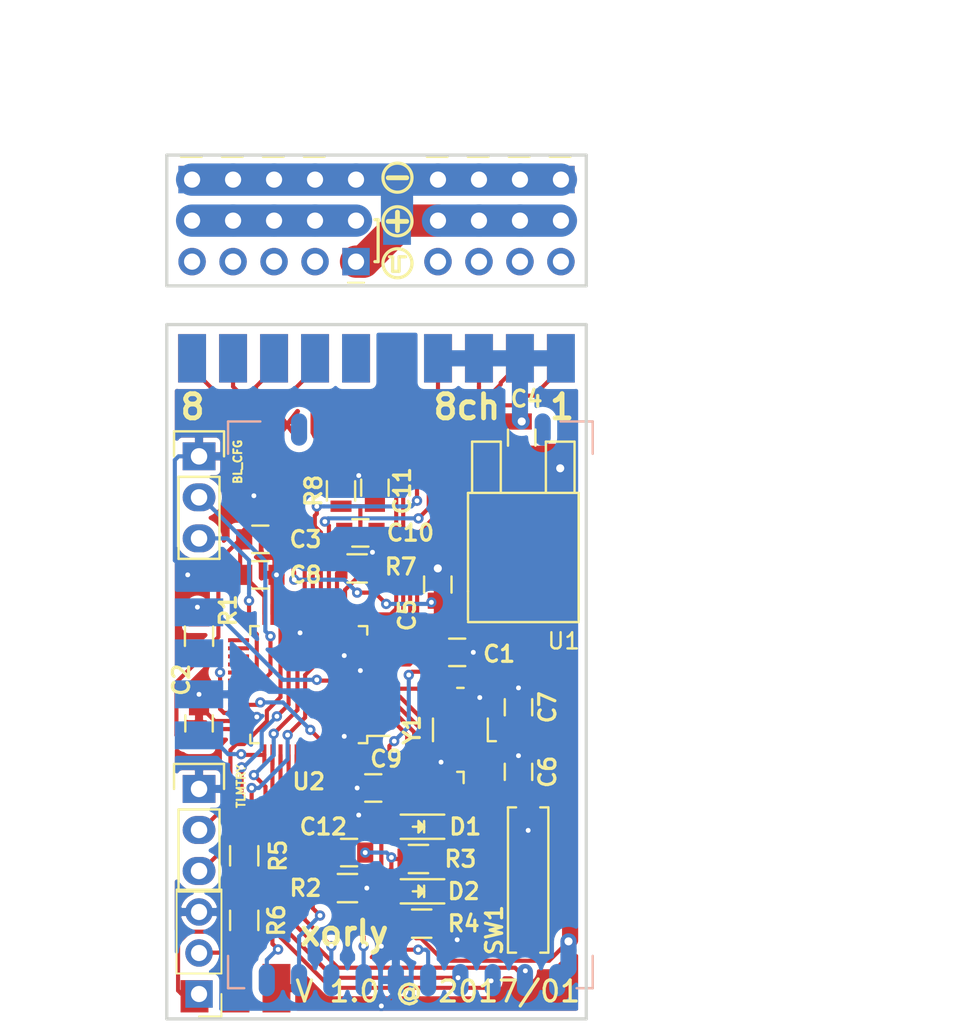
<source format=kicad_pcb>
(kicad_pcb (version 20160815) (host pcbnew "(2016-11-06 revision 9ab7cfe)-master")
  (layers (0 F.Cu signal) (31 B.Cu signal) (34 B.Paste user hide) (35 F.Paste user hide) (36 B.SilkS user) (37 F.SilkS user) (38 B.Mask user) (39 F.Mask user) (44 Edge.Cuts user))
  (net 0 "")
  (net 1 SERVO_1)
  (net 2 SERVO_2)
  (net 3 SERVO_3)
  (net 4 SERVO_4)
  (net 5 SERVO_8)
  (net 6 SERVO_7)
  (net 7 SERVO_6)
  (net 8 SERVO_5)
  (net 9 +3V3)
  (net 10 GND)
  (net 11 nRST)
  (net 12 "Net-(D1-Pad2)")
  (net 13 "Net-(D2-Pad2)")
  (net 14 "Net-(P7-Pad1)")
  (net 15 "Net-(S1-Pad3)")
  (net 16 "Net-(S4-Pad3)")
  (net 17 "Net-(S8-Pad3)")
  (net 18 "Net-(S7-Pad3)")
  (net 19 "Net-(S6-Pad3)")
  (net 20 "Net-(S5-Pad3)")
  (net 21 "Net-(S3-Pad3)")
  (net 22 "Net-(S2-Pad3)")
  (net 23 LED_2)
  (net 24 LED_1)
  (net 25 "Net-(U2-Pad1)")
  (net 26 BTN)
  (net 27 "Net-(C6-Pad1)")
  (net 28 "Net-(C7-Pad1)")
  (net 29 TX_3)
  (net 30 RX_3)
  (net 31 TX_1)
  (net 32 RX_1)
  (net 33 SWD_IO)
  (net 34 SWD_CLK)
  (net 35 SCK)
  (net 36 MISO)
  (net 37 MOSI)
  (net 38 CS)
  (net 39 "Net-(P3-Pad1)")
  (net 40 "Net-(P3-Pad2)")
  (net 41 "Net-(P3-Pad3)")
  (net 42 "Net-(P3-Pad4)")
  (net 43 "Net-(P8-Pad2)")
  (net 44 "Net-(P8-Pad1)")
  (net 45 "Net-(P10-Pad12)")
  (net 46 "Net-(P10-Pad11)")
  (net 47 GDO2)
  (net 48 GDO0)
  (net 49 PA_EN)
  (net 50 LNA_EN)
  (net 51 "Net-(P12-Pad1)")
  (net 52 AIN_1)
  (net 53 AIN_2)
  (net 54 "Net-(P12-Pad2)")
  (net 55 GPIO1)
  (net 56 GPIO2)
  (net 57 GPIO3)
  (net 58 GPIO4)
  (net 59 GPIO5)
  (net 60 GPIO6)
  (net 61 +BATT)
  (net 62 BLTDR)
  (net 63 "Net-(P15-Pad1)")
  (net 64 "Net-(P5-Pad1)")
  (module TO_SOT_Packages_SMD:TO-252-2Lead (layer F.Cu) (at 114.51 73.36 180)
    (fp_text reference U1 (at -2.5 -10.7 180) (layer F.SilkS))
    (fp_text value MC33269DT-3.3)
    (pad 1 smd rect (at -2.286 0 180) (size 1.651 3.048) (layers F.Cu F.Paste F.Mask) (net 10 GND))
    (pad 2 smd rect (at 0 -6.35 180) (size 6.096 6.096) (layers F.Cu F.Paste F.Mask) (net 9 +3V3))
    (pad 3 smd rect (at 2.286 0 180) (size 1.651 3.048) (layers F.Cu F.Paste F.Mask) (net 61 +BATT))
  )
  (module Pin_Headers:Pin_Header_Straight_1x03_Pitch2.54mm (layer F.Cu) (at 94.41 105.92 180)
    (fp_text reference P16 hide)
    (fp_text value AIN_ALT)
    (pad 1 thru_hole rect (at 0 0 180) (size 1.7 1.7) (drill 1) (layers *.Cu *.Mask) (net 51 "Net-(P12-Pad1)"))
    (pad 2 thru_hole oval (at 0 2.54 180) (size 1.7 1.7) (drill 1) (layers *.Cu *.Mask) (net 54 "Net-(P12-Pad2)"))
    (pad 3 thru_hole oval (at 0 5.08 180) (size 1.7 1.7) (drill 1) (layers *.Cu *.Mask) (net 10 GND))
  )
  (module local:SMD_conn_edge_3 (layer F.Cu) (at 94.13 105.56 90)
    (fp_text reference P12 hide)
    (fp_text value AIN hide)
    (pad 3 smd rect (at 0 5.08 90) (size 3 1.7272) (layers F.Cu F.Paste F.Mask) (net 10 GND))
    (pad 2 smd rect (at 0 2.54 90) (size 3 1.7272) (layers F.Cu F.Paste F.Mask) (net 54 "Net-(P12-Pad2)"))
    (pad 1 smd rect (at -0.5 0 90) (size 2 1.7272) (layers F.Cu F.Paste F.Mask) (net 51 "Net-(P12-Pad1)"))
  )
  (module local:module_cc2500_PA_LNA_small_pads (layer B.Cu) (at 118.31 70.96 180)
    (fp_text reference P10 hide)
    (fp_text value cc2500)
    (pad 10 smd oval (at 19.7 -34.1 180) (size 1 2) (layers B.Cu B.Paste B.Mask) (net 50 LNA_EN))
    (pad 9 smd oval (at 17.7 -34.1 180) (size 1 2) (layers B.Cu B.Paste B.Mask) (net 49 PA_EN))
    (pad 8 smd oval (at 15.7 -34.1 180) (size 1 2) (layers B.Cu B.Paste B.Mask) (net 38 CS))
    (pad 7 smd oval (at 13.7 -34.1 180) (size 1 2) (layers B.Cu B.Paste B.Mask) (net 48 GDO0))
    (pad 6 smd oval (at 11.7 -34.1 180) (size 1 2) (layers B.Cu B.Paste B.Mask) (net 10 GND))
    (pad 5 smd oval (at 9.7 -34.1 180) (size 1 2) (layers B.Cu B.Paste B.Mask) (net 47 GDO2))
    (pad 4 smd oval (at 7.7 -34.1 180) (size 1 2) (layers B.Cu B.Paste B.Mask) (net 36 MISO))
    (pad 3 smd oval (at 5.7 -34.1 180) (size 1 2) (layers B.Cu B.Paste B.Mask) (net 35 SCK))
    (pad 2 smd oval (at 3.7 -34.1 180) (size 1 2) (layers B.Cu B.Paste B.Mask) (net 37 MOSI))
    (pad 1 smd oval (at 1.7 -34.1 180) (size 1 2) (layers B.Cu B.Paste B.Mask) (net 9 +3V3))
    (pad 11 smd oval (at 17.7 0 180) (size 1 2) (layers B.Cu B.Paste B.Mask) (net 46 "Net-(P10-Pad11)"))
    (pad 12 smd oval (at 2.6 0 180) (size 1 2) (layers B.Cu B.Paste B.Mask) (net 45 "Net-(P10-Pad12)"))
  )
  (module local:Pin_Header_Straight_1x01_Pitch2.54mm_simplified_silk (layer F.Cu) (at 104.14 55.48)
    (fp_text reference P7 hide)
    (fp_text value ALT_PWR)
    (pad 1 thru_hole rect (at 0 0) (size 1.7 1.7) (drill 1) (layers *.Cu *.Mask) (net 14 "Net-(P7-Pad1)"))
  )
  (module local:Pin_Header_Straight_1x02_Pitch2.54mm_simplified_silk (layer F.Cu) (at 104.14 60.56 180)
    (fp_text reference P8 hide)
    (fp_text value PWR_SLCT)
    (pad 1 thru_hole rect (at 0 0 180) (size 1.7 1.7) (drill 1) (layers *.Cu *.Mask) (net 44 "Net-(P8-Pad1)"))
    (pad 2 thru_hole oval (at 0 2.54 180) (size 1.7 1.7) (drill 1) (layers *.Cu *.Mask) (net 43 "Net-(P8-Pad2)"))
  )
  (module local:Pin_Header_Straight_1x03_Pitch2.54mm_simplified_silk (layer F.Cu) (at 109.22 55.48)
    (fp_text reference S4 hide)
    (fp_text value SERVO)
    (pad 1 thru_hole rect (at 0 0) (size 1.7 1.7) (drill 1) (layers *.Cu *.Mask) (net 14 "Net-(P7-Pad1)"))
    (pad 2 thru_hole oval (at 0 2.54) (size 1.7 1.7) (drill 1) (layers *.Cu *.Mask) (net 44 "Net-(P8-Pad1)"))
    (pad 3 thru_hole oval (at 0 5.08) (size 1.7 1.7) (drill 1) (layers *.Cu *.Mask) (net 16 "Net-(S4-Pad3)"))
  )
  (module local:Pin_Header_Straight_1x03_Pitch2.54mm_simplified_silk (layer F.Cu) (at 111.76 55.48)
    (fp_text reference S3 hide)
    (fp_text value SERVO)
    (pad 1 thru_hole rect (at 0 0) (size 1.7 1.7) (drill 1) (layers *.Cu *.Mask) (net 14 "Net-(P7-Pad1)"))
    (pad 2 thru_hole oval (at 0 2.54) (size 1.7 1.7) (drill 1) (layers *.Cu *.Mask) (net 44 "Net-(P8-Pad1)"))
    (pad 3 thru_hole oval (at 0 5.08) (size 1.7 1.7) (drill 1) (layers *.Cu *.Mask) (net 21 "Net-(S3-Pad3)"))
  )
  (module local:Pin_Header_Straight_1x03_Pitch2.54mm_simplified_silk (layer F.Cu) (at 114.3 55.48)
    (fp_text reference S2 hide)
    (fp_text value SERVO)
    (pad 1 thru_hole rect (at 0 0) (size 1.7 1.7) (drill 1) (layers *.Cu *.Mask) (net 14 "Net-(P7-Pad1)"))
    (pad 2 thru_hole oval (at 0 2.54) (size 1.7 1.7) (drill 1) (layers *.Cu *.Mask) (net 44 "Net-(P8-Pad1)"))
    (pad 3 thru_hole oval (at 0 5.08) (size 1.7 1.7) (drill 1) (layers *.Cu *.Mask) (net 22 "Net-(S2-Pad3)"))
  )
  (module local:Pin_Header_Straight_1x03_Pitch2.54mm_simplified_silk (layer F.Cu) (at 101.6 55.48)
    (fp_text reference S5 hide)
    (fp_text value SERVO)
    (pad 1 thru_hole rect (at 0 0) (size 1.7 1.7) (drill 1) (layers *.Cu *.Mask) (net 14 "Net-(P7-Pad1)"))
    (pad 2 thru_hole oval (at 0 2.54) (size 1.7 1.7) (drill 1) (layers *.Cu *.Mask) (net 43 "Net-(P8-Pad2)"))
    (pad 3 thru_hole oval (at 0 5.08) (size 1.7 1.7) (drill 1) (layers *.Cu *.Mask) (net 20 "Net-(S5-Pad3)"))
  )
  (module local:Pin_Header_Straight_1x03_Pitch2.54mm_simplified_silk (layer F.Cu) (at 99.06 55.48)
    (fp_text reference S6 hide)
    (fp_text value SERVO)
    (pad 1 thru_hole rect (at 0 0) (size 1.7 1.7) (drill 1) (layers *.Cu *.Mask) (net 14 "Net-(P7-Pad1)"))
    (pad 2 thru_hole oval (at 0 2.54) (size 1.7 1.7) (drill 1) (layers *.Cu *.Mask) (net 43 "Net-(P8-Pad2)"))
    (pad 3 thru_hole oval (at 0 5.08) (size 1.7 1.7) (drill 1) (layers *.Cu *.Mask) (net 19 "Net-(S6-Pad3)"))
  )
  (module local:Pin_Header_Straight_1x03_Pitch2.54mm_simplified_silk (layer F.Cu) (at 96.52 55.48)
    (fp_text reference S7 hide)
    (fp_text value SERVO)
    (pad 1 thru_hole rect (at 0 0) (size 1.7 1.7) (drill 1) (layers *.Cu *.Mask) (net 14 "Net-(P7-Pad1)"))
    (pad 2 thru_hole oval (at 0 2.54) (size 1.7 1.7) (drill 1) (layers *.Cu *.Mask) (net 43 "Net-(P8-Pad2)"))
    (pad 3 thru_hole oval (at 0 5.08) (size 1.7 1.7) (drill 1) (layers *.Cu *.Mask) (net 18 "Net-(S7-Pad3)"))
  )
  (module local:Pin_Header_Straight_1x03_Pitch2.54mm_simplified_silk (layer F.Cu) (at 93.98 55.48)
    (fp_text reference S8 hide)
    (fp_text value SERVO)
    (pad 1 thru_hole rect (at 0 0) (size 1.7 1.7) (drill 1) (layers *.Cu *.Mask) (net 14 "Net-(P7-Pad1)"))
    (pad 2 thru_hole oval (at 0 2.54) (size 1.7 1.7) (drill 1) (layers *.Cu *.Mask) (net 43 "Net-(P8-Pad2)"))
    (pad 3 thru_hole oval (at 0 5.08) (size 1.7 1.7) (drill 1) (layers *.Cu *.Mask) (net 17 "Net-(S8-Pad3)"))
  )
  (module local:Pin_Header_Straight_1x03_Pitch2.54mm_simplified_silk (layer F.Cu) (at 116.84 55.48)
    (fp_text reference S1 hide)
    (fp_text value SERVO)
    (pad 1 thru_hole rect (at 0 0) (size 1.7 1.7) (drill 1) (layers *.Cu *.Mask) (net 14 "Net-(P7-Pad1)"))
    (pad 2 thru_hole oval (at 0 2.54) (size 1.7 1.7) (drill 1) (layers *.Cu *.Mask) (net 44 "Net-(P8-Pad1)"))
    (pad 3 thru_hole oval (at 0 5.08) (size 1.7 1.7) (drill 1) (layers *.Cu *.Mask) (net 15 "Net-(S1-Pad3)"))
  )
  (module local:SMD_conn_edge_1p (layer B.Cu) (at 106.68 58.02 270)
    (fp_text reference P9 hide)
    (fp_text value GND_EDGE hide)
    (pad 1 smd rect (at 0 0 270) (size 3 1.7272) (layers B.Cu B.Paste B.Mask) (net 14 "Net-(P7-Pad1)"))
  )
  (module Pin_Headers:Pin_Header_Straight_1x03 (layer F.Cu) (at 94.41 93.22)
    (fp_text reference P14 hide)
    (fp_text value TLMTRY (at 2.6 -0.16 90) (layer F.SilkS) (effects (font (size 0.5 0.5) (thickness 0.125))))
    (pad 1 thru_hole rect (at 0 0) (size 2.032 1.7272) (drill 1.016) (layers *.Cu *.Mask) (net 10 GND))
    (pad 2 thru_hole oval (at 0 2.54) (size 2.032 1.7272) (drill 1.016) (layers *.Cu *.Mask) (net 30 RX_3))
    (pad 3 thru_hole oval (at 0 5.08) (size 2.032 1.7272) (drill 1.016) (layers *.Cu *.Mask) (net 29 TX_3))
  )
  (module local:SMD_conn_edge_1p (layer F.Cu) (at 104.14 66.548 90)
    (fp_text reference P5 hide)
    (fp_text value MNT hide)
    (pad 1 smd rect (at 0 0 90) (size 3 1.7272) (layers F.Cu F.Paste F.Mask) (net 64 "Net-(P5-Pad1)"))
  )
  (module local:SMD_conn_edge_1p (layer B.Cu) (at 106.68 66.548 270)
    (fp_text reference P4 hide)
    (fp_text value CONN_01X01 hide)
    (pad 1 smd rect (at 0 0 270) (size 3 1.7272) (layers B.Cu B.Paste B.Mask) (net 10 GND))
  )
  (module local:SMD_conn_edge_1p (layer B.Cu) (at 104.14 66.548 90)
    (fp_text reference P15 hide)
    (fp_text value MNT hide)
    (pad 1 smd rect (at 0 0 90) (size 3 1.7272) (layers B.Cu B.Paste B.Mask) (net 63 "Net-(P15-Pad1)"))
  )
  (module Capacitors_SMD:C_0805 (layer F.Cu) (at 103.71 97.16)
    (fp_text reference C12 (at -1.6 -1.6) (layer F.SilkS) (effects (font (thickness 0.2))))
    (fp_text value 1uF?)
    (pad 1 smd rect (at -1 0) (size 1 1.25) (layers F.Cu F.Paste F.Mask) (net 62 BLTDR))
    (pad 2 smd rect (at 1 0) (size 1 1.25) (layers F.Cu F.Paste F.Mask) (net 9 +3V3))
  )
  (module Buttons_Switches_SMD:SW_SPST_REED_CT05-XXXX-J1 (layer F.Cu) (at 114.81 98.86 270)
    (fp_text reference SW1 (at 3.1 2.1 270) (layer F.SilkS) (effects (font (thickness 0.2))))
    (fp_text value SW_Push)
    (pad 2 smd rect (at 3.075 0 270) (size 2.5 2) (layers F.Cu F.Paste F.Mask) (net 26 BTN))
    (pad 1 smd rect (at -3.075 0 270) (size 2.5 2) (layers F.Cu F.Paste F.Mask) (net 10 GND))
  )
  (module Capacitors_SMD:C_0805 (layer F.Cu) (at 104.41 77.36)
    (fp_text reference C10 (at 3.1 0) (layer F.SilkS) (effects (font (thickness 0.2))))
    (fp_text value 1u)
    (pad 2 smd rect (at 1 0) (size 1 1.25) (layers F.Cu F.Paste F.Mask) (net 10 GND))
    (pad 1 smd rect (at -1 0) (size 1 1.25) (layers F.Cu F.Paste F.Mask) (net 53 AIN_2))
  )
  (module Capacitors_SMD:C_0805 (layer F.Cu) (at 105.31 74.56 90)
    (fp_text reference C11 (at -0.2 1.7 90) (layer F.SilkS) (effects (font (thickness 0.2))))
    (fp_text value 1u)
    (pad 1 smd rect (at -1 0 90) (size 1 1.25) (layers F.Cu F.Paste F.Mask) (net 52 AIN_1))
    (pad 2 smd rect (at 1 0 90) (size 1 1.25) (layers F.Cu F.Paste F.Mask) (net 10 GND))
  )
  (module Resistors_SMD:R_0805 (layer F.Cu) (at 108.01 97.56 180)
    (fp_text reference R3 (at -2.6 0) (layer F.SilkS) (effects (font (thickness 0.2))))
    (fp_text value R)
    (pad 2 smd rect (at 0.95 0 180) (size 0.7 1.3) (layers F.Cu F.Paste F.Mask) (net 9 +3V3))
    (pad 1 smd rect (at -0.95 0 180) (size 0.7 1.3) (layers F.Cu F.Paste F.Mask) (net 12 "Net-(D1-Pad2)"))
  )
  (module Capacitors_SMD:C_0805 (layer F.Cu) (at 94.41 89.16 90)
    (fp_text reference C2 (at 2.7 -1.1 90) (layer F.SilkS) (effects (font (thickness 0.2))))
    (fp_text value 100n)
    (pad 2 smd rect (at 1 0 90) (size 1 1.25) (layers F.Cu F.Paste F.Mask) (net 10 GND))
    (pad 1 smd rect (at -1 0 90) (size 1 1.25) (layers F.Cu F.Paste F.Mask) (net 9 +3V3))
  )
  (module Capacitors_SMD:C_0805 (layer F.Cu) (at 98.21 77.76)
    (fp_text reference C3 (at 2.8 0) (layer F.SilkS) (effects (font (thickness 0.2))))
    (fp_text value 4u7)
    (pad 2 smd rect (at 1 0) (size 1 1.25) (layers F.Cu F.Paste F.Mask) (net 10 GND))
    (pad 1 smd rect (at -1 0) (size 1 1.25) (layers F.Cu F.Paste F.Mask) (net 9 +3V3))
  )
  (module Capacitors_SMD:C_0805 (layer F.Cu) (at 114.41 71.46 270)
    (fp_text reference C4 (at -2.4 -0.3 360) (layer F.SilkS) (effects (font (thickness 0.2))))
    (fp_text value 10u)
    (pad 2 smd rect (at 1 0 270) (size 1 1.25) (layers F.Cu F.Paste F.Mask) (net 10 GND))
    (pad 1 smd rect (at -1 0 270) (size 1 1.25) (layers F.Cu F.Paste F.Mask) (net 61 +BATT))
  )
  (module Capacitors_SMD:C_0805 (layer F.Cu) (at 109.21 80.56 90)
    (fp_text reference C5 (at -1.9 -1.9 90) (layer F.SilkS) (effects (font (thickness 0.2))))
    (fp_text value 10u)
    (pad 2 smd rect (at 1 0 90) (size 1 1.25) (layers F.Cu F.Paste F.Mask) (net 10 GND))
    (pad 1 smd rect (at -1 0 90) (size 1 1.25) (layers F.Cu F.Paste F.Mask) (net 9 +3V3))
  )
  (module Capacitors_SMD:C_0805 (layer F.Cu) (at 114.21 92.16 90)
    (fp_text reference C6 (at 0 1.8 90) (layer F.SilkS) (effects (font (thickness 0.2))))
    (fp_text value 16p)
    (pad 2 smd rect (at 1 0 90) (size 1 1.25) (layers F.Cu F.Paste F.Mask) (net 10 GND))
    (pad 1 smd rect (at -1 0 90) (size 1 1.25) (layers F.Cu F.Paste F.Mask) (net 27 "Net-(C6-Pad1)"))
  )
  (module Capacitors_SMD:C_0805 (layer F.Cu) (at 114.21 88.16 90)
    (fp_text reference C7 (at 0 1.8 90) (layer F.SilkS) (effects (font (thickness 0.2))))
    (fp_text value 16p)
    (pad 2 smd rect (at 1 0 90) (size 1 1.25) (layers F.Cu F.Paste F.Mask) (net 10 GND))
    (pad 1 smd rect (at -1 0 90) (size 1 1.25) (layers F.Cu F.Paste F.Mask) (net 28 "Net-(C7-Pad1)"))
  )
  (module Capacitors_SMD:C_0805 (layer F.Cu) (at 98.21 79.96)
    (fp_text reference C8 (at 2.8 0) (layer F.SilkS) (effects (font (thickness 0.2))))
    (fp_text value 100n)
    (pad 2 smd rect (at 1 0) (size 1 1.25) (layers F.Cu F.Paste F.Mask) (net 10 GND))
    (pad 1 smd rect (at -1 0) (size 1 1.25) (layers F.Cu F.Paste F.Mask) (net 9 +3V3))
  )
  (module Capacitors_SMD:C_0805 (layer F.Cu) (at 105.21 93.16 180)
    (fp_text reference C9 (at -0.8 1.8 180) (layer F.SilkS) (effects (font (thickness 0.2))))
    (fp_text value 100n)
    (pad 2 smd rect (at 1 0 180) (size 1 1.25) (layers F.Cu F.Paste F.Mask) (net 10 GND))
    (pad 1 smd rect (at -1 0 180) (size 1 1.25) (layers F.Cu F.Paste F.Mask) (net 9 +3V3))
  )
  (module Capacitors_SMD:C_0805 (layer F.Cu) (at 110.41 84.76)
    (fp_text reference C1 (at 2.6 0.1) (layer F.SilkS) (effects (font (thickness 0.2))))
    (fp_text value 100n)
    (pad 2 smd rect (at 1 0) (size 1 1.25) (layers F.Cu F.Paste F.Mask) (net 10 GND))
    (pad 1 smd rect (at -1 0) (size 1 1.25) (layers F.Cu F.Paste F.Mask) (net 9 +3V3))
  )
  (module Resistors_SMD:R_0805 (layer F.Cu) (at 97.21 97.36 270)
    (fp_text reference R5 (at 0 -2.1 270) (layer F.SilkS) (effects (font (thickness 0.2))))
    (fp_text value R)
    (pad 2 smd rect (at 0.95 0 270) (size 0.7 1.3) (layers F.Cu F.Paste F.Mask) (net 51 "Net-(P12-Pad1)"))
    (pad 1 smd rect (at -0.95 0 270) (size 0.7 1.3) (layers F.Cu F.Paste F.Mask) (net 52 AIN_1))
  )
  (module Resistors_SMD:R_0805 (layer F.Cu) (at 108.21 101.56 180)
    (fp_text reference R4 (at -2.6 0 180) (layer F.SilkS) (effects (font (thickness 0.2))))
    (fp_text value R)
    (pad 2 smd rect (at 0.95 0 180) (size 0.7 1.3) (layers F.Cu F.Paste F.Mask) (net 9 +3V3))
    (pad 1 smd rect (at -0.95 0 180) (size 0.7 1.3) (layers F.Cu F.Paste F.Mask) (net 13 "Net-(D2-Pad2)"))
  )
  (module Resistors_SMD:R_0805 (layer F.Cu) (at 103.61 99.36)
    (fp_text reference R2 (at -2.6 0) (layer F.SilkS) (effects (font (thickness 0.2))))
    (fp_text value R)
    (pad 2 smd rect (at 0.95 0) (size 0.7 1.3) (layers F.Cu F.Paste F.Mask) (net 10 GND))
    (pad 1 smd rect (at -0.95 0) (size 0.7 1.3) (layers F.Cu F.Paste F.Mask) (net 62 BLTDR))
  )
  (module Resistors_SMD:R_0805 (layer F.Cu) (at 94.41 83.76 270)
    (fp_text reference R1 (at -1.6 -1.8 270) (layer F.SilkS) (effects (font (thickness 0.2))))
    (fp_text value R)
    (pad 2 smd rect (at 0.95 0 270) (size 0.7 1.3) (layers F.Cu F.Paste F.Mask) (net 9 +3V3))
    (pad 1 smd rect (at -0.95 0 270) (size 0.7 1.3) (layers F.Cu F.Paste F.Mask) (net 11 nRST))
  )
  (module Resistors_SMD:R_0805 (layer F.Cu) (at 104.21 79.56)
    (fp_text reference R7 (at 2.7 -0.1) (layer F.SilkS) (effects (font (thickness 0.2))))
    (fp_text value R)
    (pad 2 smd rect (at 0.95 0) (size 0.7 1.3) (layers F.Cu F.Paste F.Mask) (net 10 GND))
    (pad 1 smd rect (at -0.95 0) (size 0.7 1.3) (layers F.Cu F.Paste F.Mask) (net 53 AIN_2))
  )
  (module Resistors_SMD:R_0805 (layer F.Cu) (at 103.21 74.76 90)
    (fp_text reference R8 (at 0 -1.7 90) (layer F.SilkS) (effects (font (thickness 0.2))))
    (fp_text value R)
    (pad 2 smd rect (at 0.95 0 90) (size 0.7 1.3) (layers F.Cu F.Paste F.Mask) (net 10 GND))
    (pad 1 smd rect (at -0.95 0 90) (size 0.7 1.3) (layers F.Cu F.Paste F.Mask) (net 52 AIN_1))
  )
  (module Resistors_SMD:R_0805 (layer F.Cu) (at 97.21 101.36 270)
    (fp_text reference R6 (at 0 -2 270) (layer F.SilkS) (effects (font (thickness 0.2))))
    (fp_text value R)
    (pad 2 smd rect (at 0.95 0 270) (size 0.7 1.3) (layers F.Cu F.Paste F.Mask) (net 54 "Net-(P12-Pad2)"))
    (pad 1 smd rect (at -0.95 0 270) (size 0.7 1.3) (layers F.Cu F.Paste F.Mask) (net 53 AIN_2))
  )
  (module Pin_Headers:Pin_Header_Straight_1x03 (layer F.Cu) (at 94.41 72.62)
    (fp_text reference P13 hide)
    (fp_text value BL_CFG (at 2.4 0.34 90) (layer F.SilkS) (effects (font (size 0.5 0.5) (thickness 0.125))))
    (pad 3 thru_hole oval (at 0 5.08) (size 2.032 1.7272) (drill 1.016) (layers *.Cu *.Mask) (net 31 TX_1))
    (pad 2 thru_hole oval (at 0 2.54) (size 2.032 1.7272) (drill 1.016) (layers *.Cu *.Mask) (net 32 RX_1))
    (pad 1 thru_hole rect (at 0 0) (size 2.032 1.7272) (drill 1.016) (layers *.Cu *.Mask) (net 10 GND))
  )
  (module local:SMD_conn_edge (layer B.Cu) (at 94.41 89.9)
    (fp_text reference P11 hide)
    (fp_text value SWD)
    (pad 1 smd rect (at 0 0) (size 3 1.7272) (layers B.Cu B.Paste B.Mask) (net 34 SWD_CLK))
    (pad 2 smd rect (at 0 -2.54) (size 3 1.7272) (layers B.Cu B.Paste B.Mask) (net 10 GND))
    (pad 3 smd rect (at 0 -5.08) (size 3 1.7272) (layers B.Cu B.Paste B.Mask) (net 33 SWD_IO))
    (pad 4 smd rect (at 0 -7.62) (size 3 1.7272) (layers B.Cu B.Paste B.Mask) (net 11 nRST))
  )
  (module local:Crystal_SMD_5032_4Pads (layer F.Cu) (at 110.61 89.56 90)
    (fp_text reference Y1 (at 0 -3 90) (layer F.SilkS) (effects (font (thickness 0.2))))
    (fp_text value 8MHz)
    (pad 1 smd rect (at -2 1.2 90) (size 2 1.3) (layers F.Cu F.Paste F.Mask) (net 27 "Net-(C6-Pad1)"))
    (pad 2 smd rect (at 2 1.2 90) (size 2 1.3) (layers F.Cu F.Paste F.Mask) (net 10 GND))
    (pad 3 smd rect (at 2 -1.2 90) (size 2 1.3) (layers F.Cu F.Paste F.Mask) (net 28 "Net-(C7-Pad1)"))
    (pad 4 smd rect (at -2 -1.2 90) (size 2 1.3) (layers F.Cu F.Paste F.Mask) (net 10 GND))
  )
  (module local:SMD_conn_edge (layer B.Cu) (at 116.84 66.548 90)
    (fp_text reference P6 hide)
    (fp_text value BATT_EDGE hide)
    (pad 4 smd rect (at 0 -7.62 90) (size 3 1.7272) (layers B.Cu B.Paste B.Mask) (net 61 +BATT))
    (pad 3 smd rect (at 0 -5.08 90) (size 3 1.7272) (layers B.Cu B.Paste B.Mask) (net 61 +BATT))
    (pad 2 smd rect (at 0 -2.54 90) (size 3 1.7272) (layers B.Cu B.Paste B.Mask) (net 61 +BATT))
    (pad 1 smd rect (at 0 0 90) (size 3 1.7272) (layers B.Cu B.Paste B.Mask) (net 61 +BATT))
  )
  (module local:SMD_conn_edge (layer B.Cu) (at 101.6 66.548 90)
    (fp_text reference P3 hide)
    (fp_text value BATT_EDGE hide)
    (pad 4 smd rect (at 0 -7.62 90) (size 3 1.7272) (layers B.Cu B.Paste B.Mask) (net 42 "Net-(P3-Pad4)"))
    (pad 3 smd rect (at 0 -5.08 90) (size 3 1.7272) (layers B.Cu B.Paste B.Mask) (net 41 "Net-(P3-Pad3)"))
    (pad 2 smd rect (at 0 -2.54 90) (size 3 1.7272) (layers B.Cu B.Paste B.Mask) (net 40 "Net-(P3-Pad2)"))
    (pad 1 smd rect (at 0 0 90) (size 3 1.7272) (layers B.Cu B.Paste B.Mask) (net 39 "Net-(P3-Pad1)"))
  )
  (module local:SMD_conn_edge (layer F.Cu) (at 101.6 66.548 270)
    (fp_text reference P2 hide)
    (fp_text value S_EDGE hide)
    (pad 4 smd rect (at 0 7.62 270) (size 3 1.7272) (layers F.Cu F.Paste F.Mask) (net 5 SERVO_8))
    (pad 3 smd rect (at 0 5.08 270) (size 3 1.7272) (layers F.Cu F.Paste F.Mask) (net 6 SERVO_7))
    (pad 2 smd rect (at 0 2.54 270) (size 3 1.7272) (layers F.Cu F.Paste F.Mask) (net 7 SERVO_6))
    (pad 1 smd rect (at 0 0 270) (size 3 1.7272) (layers F.Cu F.Paste F.Mask) (net 8 SERVO_5))
  )
  (module local:SMD_conn_edge (layer F.Cu) (at 116.84 66.548 270)
    (fp_text reference P1 hide)
    (fp_text value S_EDGE hide)
    (pad 4 smd rect (at 0 7.62 270) (size 3 1.7272) (layers F.Cu F.Paste F.Mask) (net 4 SERVO_4))
    (pad 3 smd rect (at 0 5.08 270) (size 3 1.7272) (layers F.Cu F.Paste F.Mask) (net 3 SERVO_3))
    (pad 2 smd rect (at 0 2.54 270) (size 3 1.7272) (layers F.Cu F.Paste F.Mask) (net 2 SERVO_2))
    (pad 1 smd rect (at 0 0 270) (size 3 1.7272) (layers F.Cu F.Paste F.Mask) (net 1 SERVO_1))
  )
  (module Housings_QFP:LQFP-48_7x7mm_Pitch0.5mm (layer F.Cu) (at 101.21 86.76 180)
    (fp_text reference U2 (at 0 -6 180) (layer F.SilkS) (effects (font (thickness 0.2))))
    (fp_text value STM32F103C8Tx)
    (pad 1 smd rect (at -4.35 -2.75 180) (size 1.3 0.25) (layers F.Cu F.Paste F.Mask) (net 25 "Net-(U2-Pad1)"))
    (pad 2 smd rect (at -4.35 -2.25 180) (size 1.3 0.25) (layers F.Cu F.Paste F.Mask) (net 24 LED_1))
    (pad 3 smd rect (at -4.35 -1.75 180) (size 1.3 0.25) (layers F.Cu F.Paste F.Mask) (net 23 LED_2))
    (pad 4 smd rect (at -4.35 -1.25 180) (size 1.3 0.25) (layers F.Cu F.Paste F.Mask) (net 26 BTN))
    (pad 5 smd rect (at -4.35 -0.75 180) (size 1.3 0.25) (layers F.Cu F.Paste F.Mask) (net 27 "Net-(C6-Pad1)"))
    (pad 6 smd rect (at -4.35 -0.25 180) (size 1.3 0.25) (layers F.Cu F.Paste F.Mask) (net 28 "Net-(C7-Pad1)"))
    (pad 7 smd rect (at -4.35 0.25 180) (size 1.3 0.25) (layers F.Cu F.Paste F.Mask) (net 11 nRST))
    (pad 8 smd rect (at -4.35 0.75 180) (size 1.3 0.25) (layers F.Cu F.Paste F.Mask) (net 10 GND))
    (pad 9 smd rect (at -4.35 1.25 180) (size 1.3 0.25) (layers F.Cu F.Paste F.Mask) (net 9 +3V3))
    (pad 10 smd rect (at -4.35 1.75 180) (size 1.3 0.25) (layers F.Cu F.Paste F.Mask) (net 1 SERVO_1))
    (pad 11 smd rect (at -4.35 2.25 180) (size 1.3 0.25) (layers F.Cu F.Paste F.Mask) (net 2 SERVO_2))
    (pad 12 smd rect (at -4.35 2.75 180) (size 1.3 0.25) (layers F.Cu F.Paste F.Mask) (net 8 SERVO_5))
    (pad 13 smd rect (at -2.75 4.35 270) (size 1.3 0.25) (layers F.Cu F.Paste F.Mask) (net 7 SERVO_6))
    (pad 14 smd rect (at -2.25 4.35 270) (size 1.3 0.25) (layers F.Cu F.Paste F.Mask) (net 52 AIN_1))
    (pad 15 smd rect (at -1.75 4.35 270) (size 1.3 0.25) (layers F.Cu F.Paste F.Mask) (net 53 AIN_2))
    (pad 16 smd rect (at -1.25 4.35 270) (size 1.3 0.25) (layers F.Cu F.Paste F.Mask) (net 3 SERVO_3))
    (pad 17 smd rect (at -0.75 4.35 270) (size 1.3 0.25) (layers F.Cu F.Paste F.Mask) (net 4 SERVO_4))
    (pad 18 smd rect (at -0.25 4.35 270) (size 1.3 0.25) (layers F.Cu F.Paste F.Mask) (net 6 SERVO_7))
    (pad 19 smd rect (at 0.25 4.35 270) (size 1.3 0.25) (layers F.Cu F.Paste F.Mask) (net 5 SERVO_8))
    (pad 20 smd rect (at 0.75 4.35 270) (size 1.3 0.25) (layers F.Cu F.Paste F.Mask) (net 10 GND))
    (pad 21 smd rect (at 1.25 4.35 270) (size 1.3 0.25) (layers F.Cu F.Paste F.Mask) (net 29 TX_3))
    (pad 22 smd rect (at 1.75 4.35 270) (size 1.3 0.25) (layers F.Cu F.Paste F.Mask) (net 30 RX_3))
    (pad 23 smd rect (at 2.25 4.35 270) (size 1.3 0.25) (layers F.Cu F.Paste F.Mask) (net 10 GND))
    (pad 24 smd rect (at 2.75 4.35 270) (size 1.3 0.25) (layers F.Cu F.Paste F.Mask) (net 9 +3V3))
    (pad 25 smd rect (at 4.35 2.75 180) (size 1.3 0.25) (layers F.Cu F.Paste F.Mask) (net 57 GPIO3))
    (pad 26 smd rect (at 4.35 2.25 180) (size 1.3 0.25) (layers F.Cu F.Paste F.Mask) (net 58 GPIO4))
    (pad 27 smd rect (at 4.35 1.75 180) (size 1.3 0.25) (layers F.Cu F.Paste F.Mask) (net 59 GPIO5))
    (pad 28 smd rect (at 4.35 1.25 180) (size 1.3 0.25) (layers F.Cu F.Paste F.Mask) (net 60 GPIO6))
    (pad 29 smd rect (at 4.35 0.75 180) (size 1.3 0.25) (layers F.Cu F.Paste F.Mask) (net 55 GPIO1))
    (pad 30 smd rect (at 4.35 0.25 180) (size 1.3 0.25) (layers F.Cu F.Paste F.Mask) (net 31 TX_1))
    (pad 31 smd rect (at 4.35 -0.25 180) (size 1.3 0.25) (layers F.Cu F.Paste F.Mask) (net 32 RX_1))
    (pad 32 smd rect (at 4.35 -0.75 180) (size 1.3 0.25) (layers F.Cu F.Paste F.Mask) (net 56 GPIO2))
    (pad 33 smd rect (at 4.35 -1.25 180) (size 1.3 0.25) (layers F.Cu F.Paste F.Mask) (net 62 BLTDR))
    (pad 34 smd rect (at 4.35 -1.75 180) (size 1.3 0.25) (layers F.Cu F.Paste F.Mask) (net 33 SWD_IO))
    (pad 35 smd rect (at 4.35 -2.25 180) (size 1.3 0.25) (layers F.Cu F.Paste F.Mask) (net 10 GND))
    (pad 36 smd rect (at 4.35 -2.75 180) (size 1.3 0.25) (layers F.Cu F.Paste F.Mask) (net 9 +3V3))
    (pad 37 smd rect (at 2.75 -4.35 270) (size 1.3 0.25) (layers F.Cu F.Paste F.Mask) (net 34 SWD_CLK))
    (pad 38 smd rect (at 2.25 -4.35 270) (size 1.3 0.25) (layers F.Cu F.Paste F.Mask) (net 50 LNA_EN))
    (pad 39 smd rect (at 1.75 -4.35 270) (size 1.3 0.25) (layers F.Cu F.Paste F.Mask) (net 35 SCK))
    (pad 40 smd rect (at 1.25 -4.35 270) (size 1.3 0.25) (layers F.Cu F.Paste F.Mask) (net 36 MISO))
    (pad 41 smd rect (at 0.75 -4.35 270) (size 1.3 0.25) (layers F.Cu F.Paste F.Mask) (net 37 MOSI))
    (pad 42 smd rect (at 0.25 -4.35 270) (size 1.3 0.25) (layers F.Cu F.Paste F.Mask) (net 38 CS))
    (pad 43 smd rect (at -0.25 -4.35 270) (size 1.3 0.25) (layers F.Cu F.Paste F.Mask) (net 49 PA_EN))
    (pad 44 smd rect (at -0.75 -4.35 270) (size 1.3 0.25) (layers F.Cu F.Paste F.Mask) (net 62 BLTDR))
    (pad 45 smd rect (at -1.25 -4.35 270) (size 1.3 0.25) (layers F.Cu F.Paste F.Mask) (net 48 GDO0))
    (pad 46 smd rect (at -1.75 -4.35 270) (size 1.3 0.25) (layers F.Cu F.Paste F.Mask) (net 47 GDO2))
    (pad 47 smd rect (at -2.25 -4.35 270) (size 1.3 0.25) (layers F.Cu F.Paste F.Mask) (net 10 GND))
    (pad 48 smd rect (at -2.75 -4.35 270) (size 1.3 0.25) (layers F.Cu F.Paste F.Mask) (net 9 +3V3))
  )
  (module LEDs:LED_0805 (layer F.Cu) (at 108.01 95.56 180)
    (fp_text reference D1 (at -2.9 0) (layer F.SilkS) (effects (font (thickness 0.2))))
    (fp_text value LED)
    (pad 1 smd rect (at -1.04902 0) (size 1.19888 1.19888) (layers F.Cu F.Paste F.Mask) (net 24 LED_1))
    (pad 2 smd rect (at 1.04902 0) (size 1.19888 1.19888) (layers F.Cu F.Paste F.Mask) (net 12 "Net-(D1-Pad2)"))
  )
  (module LEDs:LED_0805 (layer F.Cu) (at 108.01 99.56 180)
    (fp_text reference D2 (at -2.8 0 180) (layer F.SilkS) (effects (font (thickness 0.2))))
    (fp_text value LED)
    (pad 2 smd rect (at 1.04902 0) (size 1.19888 1.19888) (layers F.Cu F.Paste F.Mask) (net 13 "Net-(D2-Pad2)"))
    (pad 1 smd rect (at -1.04902 0) (size 1.19888 1.19888) (layers F.Cu F.Paste F.Mask) (net 23 LED_2))
  )
  (gr_text 8 (at 94.01 69.56) (layer F.SilkS) (effects (font (size 1.5 1.5) (thickness 0.3))))
  (gr_text 1 (at 116.91 69.56) (layer F.SilkS) (effects (font (size 1.5 1.5) (thickness 0.3))))
  (gr_text + (at 106.71 57.96) (layer F.SilkS) (effects (font (size 1.5 1.5) (thickness 0.3))))
  (gr_line (start 105.51 60.56) (end 105.31 60.56) (layer F.SilkS) (width 0.2))
  (gr_line (start 105.51 57.96) (end 105.51 60.56) (layer F.SilkS) (width 0.2))
  (gr_line (start 105.31 57.96) (end 105.51 57.96) (layer F.SilkS) (width 0.2))
  (gr_circle (center 106.71 55.36) (end 107.61 55.36) (layer F.SilkS) (width 0.2))
  (gr_circle (center 106.71 58.06) (end 107.61 58.06) (layer F.SilkS) (width 0.2))
  (gr_text - (at 106.71 55.26) (layer F.SilkS) (effects (font (size 1.5 1.5) (thickness 0.3))))
  (gr_circle (center 106.71 60.66) (end 107.61 60.66) (layer F.SilkS) (width 0.2))
  (gr_line (start 106.81 60.26) (end 107.21 60.26) (layer F.SilkS) (width 0.2))
  (gr_line (start 106.81 60.26) (end 106.81 61.16) (layer F.SilkS) (width 0.2))
  (gr_line (start 106.41 61.16) (end 106.81 61.16) (layer F.SilkS) (width 0.2))
  (gr_line (start 106.41 61.16) (end 106.41 60.26) (layer F.SilkS) (width 0.2))
  (gr_line (start 106.21 60.26) (end 106.41 60.26) (layer F.SilkS) (width 0.2))
  (gr_text xorly (at 103.41 102.16) (layer F.SilkS) (effects (font (size 1.5 1.5) (thickness 0.3))))
  (gr_text 8ch (at 111.01 69.56) (layer F.SilkS) (effects (font (size 1.5 1.5) (thickness 0.3))))
  (gr_text "V 1.0 @ 2017/01" (at 109.21 105.76) (layer F.SilkS) (effects (font (size 1.3 1.3) (thickness 0.2))))
  (gr_text xlyRX (at 103.91 70.36) (layer F.Cu) (effects (font (size 2.5 2.5) (thickness 0.3))))
  (gr_line (start 118.41 107.46) (end 118.41 64.46) (layer Edge.Cuts) (width 0.2))
  (gr_line (start 92.41 107.46) (end 118.41 107.46) (layer Edge.Cuts) (width 0.2))
  (gr_line (start 92.41 64.46) (end 92.41 107.46) (layer Edge.Cuts) (width 0.2))
  (gr_line (start 118.41 64.46) (end 92.41 64.46) (layer Edge.Cuts) (width 0.2))
  (gr_line (start 92.41 53.96) (end 118.41 53.96) (layer Edge.Cuts) (width 0.2))
  (gr_line (start 92.41 53.96) (end 92.41 62.06) (layer Edge.Cuts) (width 0.2))
  (gr_line (start 118.41 62.06) (end 118.41 53.96) (layer Edge.Cuts) (width 0.2))
  (gr_line (start 92.41 62.06) (end 118.41 62.06) (layer Edge.Cuts) (width 0.2))
  (segment (start 113.842016 69.46) (end 114.442016 68.86) (width 0.254) (layer F.Cu) (net 1))
  (segment (start 110.642016 71.327984) (end 112.51 69.46) (width 0.254) (layer F.Cu) (net 1))
  (segment (start 112.51 69.46) (end 113.842016 69.46) (width 0.254) (layer F.Cu) (net 1))
  (segment (start 109.51 73.792016) (end 110.642016 72.66) (width 0.254) (layer F.Cu) (net 1))
  (segment (start 110.642016 72.66) (end 110.642016 71.327984) (width 0.254) (layer F.Cu) (net 1))
  (segment (start 116.84 67.1844) (end 116.84 66.548) (width 0.254) (layer F.Cu) (net 1))
  (segment (start 107.927735 84.252937) (end 107.927735 78.073943) (width 0.254) (layer F.Cu) (net 1))
  (segment (start 115.1644 68.86) (end 116.84 67.1844) (width 0.254) (layer F.Cu) (net 1))
  (segment (start 109.51 76.491678) (end 109.51 73.792016) (width 0.254) (layer F.Cu) (net 1))
  (segment (start 114.442016 68.86) (end 115.1644 68.86) (width 0.254) (layer F.Cu) (net 1))
  (segment (start 105.56 85.01) (end 107.170672 85.01) (width 0.254) (layer F.Cu) (net 1))
  (segment (start 107.170672 85.01) (end 107.927735 84.252937) (width 0.254) (layer F.Cu) (net 1))
  (segment (start 107.927735 78.073943) (end 109.51 76.491678) (width 0.254) (layer F.Cu) (net 1))
  (segment (start 105.56 84.51) (end 106.464 84.51) (width 0.254) (layer F.Cu) (net 2))
  (segment (start 110.210205 72.481139) (end 110.210205 71.059795) (width 0.254) (layer F.Cu) (net 2))
  (segment (start 106.464 84.51) (end 107.495924 83.478076) (width 0.254) (layer F.Cu) (net 2))
  (segment (start 107.495924 83.478076) (end 107.495924 77.895082) (width 0.254) (layer F.Cu) (net 2))
  (segment (start 107.495924 77.895082) (end 109.078189 76.312817) (width 0.254) (layer F.Cu) (net 2))
  (segment (start 109.078189 76.312817) (end 109.078189 73.613155) (width 0.254) (layer F.Cu) (net 2))
  (segment (start 113.11 68.06) (end 114.3 66.87) (width 0.254) (layer F.Cu) (net 2))
  (segment (start 109.078189 73.613155) (end 110.210205 72.481139) (width 0.254) (layer F.Cu) (net 2))
  (segment (start 110.210205 71.059795) (end 113.11 68.16) (width 0.254) (layer F.Cu) (net 2))
  (segment (start 113.11 68.16) (end 113.11 68.06) (width 0.254) (layer F.Cu) (net 2))
  (segment (start 114.3 66.87) (end 114.3 66.548) (width 0.254) (layer F.Cu) (net 2))
  (segment (start 108.646378 73.434294) (end 109.71 72.370672) (width 0.254) (layer F.Cu) (net 3))
  (segment (start 111.76 68.76) (end 111.76 68.302) (width 0.254) (layer F.Cu) (net 3))
  (segment (start 109.71 72.370672) (end 109.71 70.81) (width 0.254) (layer F.Cu) (net 3))
  (segment (start 109.71 70.81) (end 111.76 68.76) (width 0.254) (layer F.Cu) (net 3))
  (segment (start 102.41 76.46) (end 102.21 76.66) (width 0.254) (layer B.Cu) (net 3))
  (segment (start 108.01 76.46) (end 102.41 76.46) (width 0.254) (layer B.Cu) (net 3))
  (via (at 102.21 76.66) (size 0.635) (drill 0.3) (layers F.Cu B.Cu) (net 3))
  (segment (start 102.46 82.41) (end 102.46 76.91) (width 0.254) (layer F.Cu) (net 3))
  (segment (start 102.46 76.91) (end 102.21 76.66) (width 0.254) (layer F.Cu) (net 3))
  (segment (start 111.76 68.302) (end 111.76 66.548) (width 0.254) (layer F.Cu) (net 3))
  (segment (start 108.01 76.46) (end 108.646378 75.823622) (width 0.254) (layer F.Cu) (net 3))
  (segment (start 108.646378 75.823622) (end 108.646378 73.434294) (width 0.254) (layer F.Cu) (net 3))
  (via (at 108.01 76.46) (size 0.635) (drill 0.3) (layers F.Cu B.Cu) (net 3))
  (segment (start 101.96 82.41) (end 101.96 77.331006) (width 0.254) (layer F.Cu) (net 4))
  (segment (start 101.96 77.331006) (end 101.587699 76.958705) (width 0.254) (layer F.Cu) (net 4))
  (segment (start 101.587699 76.293101) (end 101.709241 76.171559) (width 0.254) (layer F.Cu) (net 4))
  (segment (start 101.587699 76.958705) (end 101.587699 76.293101) (width 0.254) (layer F.Cu) (net 4))
  (via (at 101.709241 75.722547) (size 0.635) (drill 0.3) (layers F.Cu B.Cu) (net 4))
  (segment (start 102.158253 75.722547) (end 101.709241 75.722547) (width 0.254) (layer B.Cu) (net 4))
  (segment (start 107.91996 75.36996) (end 107.567373 75.722547) (width 0.254) (layer B.Cu) (net 4))
  (segment (start 101.709241 76.171559) (end 101.709241 75.722547) (width 0.254) (layer F.Cu) (net 4))
  (segment (start 107.567373 75.722547) (end 102.158253 75.722547) (width 0.254) (layer B.Cu) (net 4))
  (segment (start 107.91996 74.920948) (end 107.91996 75.36996) (width 0.254) (layer F.Cu) (net 4))
  (segment (start 107.91996 73.539368) (end 107.91996 74.920948) (width 0.254) (layer F.Cu) (net 4))
  (segment (start 109.22 72.239328) (end 107.91996 73.539368) (width 0.254) (layer F.Cu) (net 4))
  (segment (start 109.22 66.548) (end 109.22 72.239328) (width 0.254) (layer F.Cu) (net 4))
  (via (at 107.91996 75.36996) (size 0.635) (drill 0.3) (layers F.Cu B.Cu) (net 4))
  (segment (start 100.698008 76.737336) (end 97.01 73.049328) (width 0.254) (layer F.Cu) (net 5))
  (segment (start 97.01 73.049328) (end 97.01 70.2144) (width 0.254) (layer F.Cu) (net 5))
  (segment (start 100.698008 77.290358) (end 100.698008 76.737336) (width 0.254) (layer F.Cu) (net 5))
  (segment (start 100.96 77.55235) (end 100.698008 77.290358) (width 0.254) (layer F.Cu) (net 5))
  (segment (start 93.98 67.1844) (end 93.98 66.548) (width 0.254) (layer F.Cu) (net 5))
  (segment (start 100.96 82.41) (end 100.96 77.55235) (width 0.254) (layer F.Cu) (net 5))
  (segment (start 97.01 70.2144) (end 93.98 67.1844) (width 0.254) (layer F.Cu) (net 5))
  (segment (start 96.52 68.302) (end 96.52 66.548) (width 0.254) (layer F.Cu) (net 6))
  (segment (start 101.464112 77.44579) (end 101.129819 77.111497) (width 0.254) (layer F.Cu) (net 6))
  (segment (start 101.129819 76.558475) (end 97.441811 72.870467) (width 0.254) (layer F.Cu) (net 6))
  (segment (start 101.464112 81.501888) (end 101.464112 77.44579) (width 0.254) (layer F.Cu) (net 6))
  (segment (start 101.46 82.41) (end 101.46 81.506) (width 0.254) (layer F.Cu) (net 6))
  (segment (start 97.441811 72.870467) (end 97.441811 69.223811) (width 0.254) (layer F.Cu) (net 6))
  (segment (start 101.129819 77.111497) (end 101.129819 76.558475) (width 0.254) (layer F.Cu) (net 6))
  (segment (start 101.46 81.506) (end 101.464112 81.501888) (width 0.254) (layer F.Cu) (net 6))
  (segment (start 97.441811 69.223811) (end 96.52 68.302) (width 0.254) (layer F.Cu) (net 6))
  (segment (start 99.06 66.548) (end 99.06 67.1844) (width 0.254) (layer F.Cu) (net 7))
  (segment (start 99.06 67.1844) (end 97.9424 68.302) (width 0.254) (layer F.Cu) (net 7))
  (segment (start 104.214801 74.755199) (end 104.41 74.56) (width 0.254) (layer F.Cu) (net 7))
  (segment (start 97.9424 68.302) (end 97.9424 72.703072) (width 0.254) (layer F.Cu) (net 7))
  (segment (start 97.9424 72.703072) (end 99.994527 74.755199) (width 0.254) (layer F.Cu) (net 7))
  (segment (start 99.994527 74.755199) (end 104.214801 74.755199) (width 0.254) (layer F.Cu) (net 7))
  (segment (start 104.41 74.56) (end 106.354604 74.56) (width 0.254) (layer F.Cu) (net 7))
  (segment (start 106.354604 74.56) (end 106.632302 74.837698) (width 0.254) (layer F.Cu) (net 7))
  (segment (start 106.632302 82.058704) (end 106.281006 82.41) (width 0.254) (layer F.Cu) (net 7))
  (segment (start 106.632302 74.837698) (end 106.632302 82.058704) (width 0.254) (layer F.Cu) (net 7))
  (segment (start 106.281006 82.41) (end 103.96 82.41) (width 0.254) (layer F.Cu) (net 7))
  (segment (start 105.56 84.01) (end 106.085 84.01) (width 0.254) (layer F.Cu) (net 8))
  (segment (start 106.085 84.01) (end 107.064113 83.030887) (width 0.254) (layer F.Cu) (net 8))
  (segment (start 107.064113 83.030887) (end 107.064113 73.414113) (width 0.254) (layer F.Cu) (net 8))
  (segment (start 106.21 72.56) (end 104.41 72.56) (width 0.254) (layer F.Cu) (net 8))
  (segment (start 101.6 67.1844) (end 101.6 66.548) (width 0.254) (layer F.Cu) (net 8))
  (segment (start 107.064113 73.414113) (end 106.21 72.56) (width 0.254) (layer F.Cu) (net 8))
  (segment (start 104.41 72.56) (end 104.01 72.96) (width 0.254) (layer F.Cu) (net 8))
  (segment (start 98.51 72.66) (end 98.51 69.36) (width 0.254) (layer F.Cu) (net 8))
  (segment (start 104.01 72.96) (end 98.81 72.96) (width 0.254) (layer F.Cu) (net 8))
  (segment (start 98.81 72.96) (end 98.51 72.66) (width 0.254) (layer F.Cu) (net 8))
  (segment (start 99.11 68.76) (end 100.0244 68.76) (width 0.254) (layer F.Cu) (net 8))
  (segment (start 98.51 69.36) (end 99.11 68.76) (width 0.254) (layer F.Cu) (net 8))
  (segment (start 100.0244 68.76) (end 101.6 67.1844) (width 0.254) (layer F.Cu) (net 8))
  (segment (start 107.41 86.16) (end 107.41 89.36) (width 0.254) (layer B.Cu) (net 9))
  (segment (start 106.827499 89.942501) (end 106.51 90.26) (width 0.254) (layer B.Cu) (net 9))
  (segment (start 106.21 93.16) (end 106.21 90.56) (width 0.254) (layer F.Cu) (net 9))
  (segment (start 107.41 89.36) (end 106.827499 89.942501) (width 0.254) (layer B.Cu) (net 9))
  (segment (start 106.21 90.56) (end 106.51 90.26) (width 0.254) (layer F.Cu) (net 9))
  (via (at 106.51 90.26) (size 0.635) (drill 0.3) (layers F.Cu B.Cu) (net 9))
  (segment (start 105.91 100.814) (end 106.656 101.56) (width 0.254) (layer F.Cu) (net 9))
  (segment (start 105.91 98.570672) (end 105.91 100.814) (width 0.254) (layer F.Cu) (net 9))
  (segment (start 106.656 101.56) (end 107.26 101.56) (width 0.254) (layer F.Cu) (net 9))
  (segment (start 106.33231 97.46) (end 106.33231 98.148362) (width 0.254) (layer F.Cu) (net 9))
  (segment (start 106.33231 98.148362) (end 105.91 98.570672) (width 0.254) (layer F.Cu) (net 9))
  (segment (start 107.06 97.56) (end 107.06 97.86) (width 0.254) (layer F.Cu) (net 9))
  (segment (start 107.26 101.26) (end 107.26 101.56) (width 0.254) (layer F.Cu) (net 9))
  (segment (start 104.71 97.16) (end 106.03231 97.16) (width 0.254) (layer B.Cu) (net 9))
  (segment (start 106.43231 97.56) (end 106.33231 97.46) (width 0.254) (layer F.Cu) (net 9))
  (segment (start 107.06 97.56) (end 106.43231 97.56) (width 0.254) (layer F.Cu) (net 9))
  (via (at 106.33231 97.46) (size 0.635) (drill 0.3) (layers F.Cu B.Cu) (net 9))
  (segment (start 106.03231 97.16) (end 106.33231 97.46) (width 0.254) (layer B.Cu) (net 9))
  (segment (start 107.41 86.16) (end 107.61 85.96) (width 0.254) (layer F.Cu) (net 9))
  (segment (start 107.61 85.96) (end 110.21 85.96) (width 0.254) (layer F.Cu) (net 9))
  (segment (start 110.21 85.96) (end 110.41 85.76) (width 0.254) (layer F.Cu) (net 9))
  (segment (start 110.41 85.76) (end 110.41 82.635) (width 0.254) (layer F.Cu) (net 9))
  (segment (start 110.41 82.635) (end 109.585 81.81) (width 0.254) (layer F.Cu) (net 9))
  (segment (start 109.585 81.81) (end 109.21 81.81) (width 0.254) (layer F.Cu) (net 9))
  (segment (start 109.21 81.81) (end 109.21 81.56) (width 0.254) (layer F.Cu) (net 9))
  (segment (start 97.21 77.76) (end 97.21 77.16) (width 0.254) (layer F.Cu) (net 9))
  (segment (start 97.21 77.16) (end 97.91 76.46) (width 0.254) (layer F.Cu) (net 9))
  (segment (start 97.91 76.46) (end 99.81 76.46) (width 0.254) (layer F.Cu) (net 9))
  (segment (start 99.81 76.46) (end 100.266197 76.916197) (width 0.254) (layer F.Cu) (net 9))
  (segment (start 100.266197 76.916197) (end 100.266197 79.767183) (width 0.254) (layer F.Cu) (net 9))
  (segment (start 100.266197 79.767183) (end 100.31 79.810986) (width 0.254) (layer F.Cu) (net 9))
  (segment (start 100.31 79.810986) (end 100.31 80.259998) (width 0.254) (layer F.Cu) (net 9))
  (segment (start 114.01 82.31) (end 114.01 84.31) (width 1) (layer F.Cu) (net 9))
  (segment (start 114.01 84.31) (end 117.41 87.71) (width 1) (layer F.Cu) (net 9))
  (segment (start 117.41 87.71) (end 117.41 102.56) (width 1) (layer F.Cu) (net 9))
  (segment (start 117.41 102.56) (end 117.31 102.66) (width 1) (layer F.Cu) (net 9))
  (segment (start 96.86 89.51) (end 95.31 89.51) (width 0.254) (layer F.Cu) (net 9))
  (segment (start 94.41 85.21) (end 94.41 85.01) (width 0.254) (layer F.Cu) (net 9))
  (segment (start 95.31 89.51) (end 94.41 90.41) (width 0.254) (layer F.Cu) (net 9))
  (segment (start 94.41 90.41) (end 93.531 90.41) (width 0.254) (layer F.Cu) (net 9))
  (segment (start 93.531 90.41) (end 93.01 89.889) (width 0.254) (layer F.Cu) (net 9))
  (segment (start 93.01 89.889) (end 93.01 86.61) (width 0.254) (layer F.Cu) (net 9))
  (segment (start 93.01 86.61) (end 94.41 85.21) (width 0.254) (layer F.Cu) (net 9))
  (segment (start 94.41 85.01) (end 95.61 83.81) (width 0.254) (layer F.Cu) (net 9))
  (segment (start 95.61 83.81) (end 95.61 79.11) (width 0.254) (layer F.Cu) (net 9))
  (segment (start 95.61 79.11) (end 96.96 77.76) (width 0.254) (layer F.Cu) (net 9))
  (via (at 104.71 97.16) (size 0.635) (drill 0.3) (layers F.Cu B.Cu) (net 9))
  (segment (start 116.61 105.06) (end 117.31 104.36) (width 1) (layer B.Cu) (net 9))
  (segment (start 116.910001 103.059999) (end 117.31 102.66) (width 0.254) (layer F.Cu) (net 9))
  (segment (start 117.31 104.36) (end 117.31 103.225685) (width 1) (layer B.Cu) (net 9))
  (segment (start 109.56 103.86) (end 116.11 103.86) (width 0.254) (layer F.Cu) (net 9))
  (segment (start 107.864 102.464) (end 108.164 102.464) (width 0.254) (layer F.Cu) (net 9))
  (segment (start 107.26 101.56) (end 107.26 101.86) (width 0.254) (layer F.Cu) (net 9))
  (segment (start 107.26 101.86) (end 107.864 102.464) (width 0.254) (layer F.Cu) (net 9))
  (segment (start 108.164 102.464) (end 109.56 103.86) (width 0.254) (layer F.Cu) (net 9))
  (segment (start 117.31 103.225685) (end 117.31 102.66) (width 1) (layer B.Cu) (net 9))
  (segment (start 116.11 103.86) (end 116.910001 103.059999) (width 0.254) (layer F.Cu) (net 9))
  (via (at 117.31 102.66) (size 0.8) (drill 0.5) (layers F.Cu B.Cu) (net 9))
  (segment (start 114.01 82.31) (end 111.585 82.31) (width 1) (layer F.Cu) (net 9))
  (segment (start 111.585 82.31) (end 110.835 81.56) (width 1) (layer F.Cu) (net 9))
  (segment (start 110.835 81.56) (end 109.21 81.56) (width 1) (layer F.Cu) (net 9))
  (segment (start 108.892501 81.577499) (end 108.81 81.66) (width 0.254) (layer F.Cu) (net 9))
  (segment (start 109.21 81.56) (end 109.192501 81.577499) (width 0.254) (layer F.Cu) (net 9))
  (segment (start 108.71 81.76) (end 108.81 81.66) (width 0.254) (layer B.Cu) (net 9))
  (segment (start 109.192501 81.577499) (end 108.892501 81.577499) (width 0.254) (layer F.Cu) (net 9))
  (segment (start 106.01 81.76) (end 108.71 81.76) (width 0.254) (layer B.Cu) (net 9))
  (via (at 108.81 81.66) (size 0.635) (drill 0.3) (layers F.Cu B.Cu) (net 9))
  (segment (start 98.46 82.41) (end 98.46 81.288994) (width 0.254) (layer F.Cu) (net 9))
  (segment (start 98.46 81.288994) (end 96.96 79.788994) (width 0.254) (layer F.Cu) (net 9))
  (segment (start 96.96 79.788994) (end 96.96 77.76) (width 0.254) (layer F.Cu) (net 9))
  (segment (start 104.659012 81.06) (end 104.21 81.06) (width 0.254) (layer F.Cu) (net 9))
  (segment (start 106.01 81.76) (end 105.31 81.06) (width 0.254) (layer F.Cu) (net 9))
  (segment (start 103.892501 80.742501) (end 104.21 81.06) (width 0.254) (layer B.Cu) (net 9))
  (segment (start 100.31 80.259998) (end 103.409998 80.259998) (width 0.254) (layer B.Cu) (net 9))
  (segment (start 105.31 81.06) (end 104.659012 81.06) (width 0.254) (layer F.Cu) (net 9))
  (segment (start 103.409998 80.259998) (end 103.892501 80.742501) (width 0.254) (layer B.Cu) (net 9))
  (via (at 104.21 81.06) (size 0.635) (drill 0.3) (layers F.Cu B.Cu) (net 9))
  (via (at 106.01 81.76) (size 0.635) (drill 0.3) (layers F.Cu B.Cu) (net 9))
  (segment (start 96.96 77.76) (end 97.21 77.76) (width 0.254) (layer F.Cu) (net 9))
  (via (at 100.31 80.259998) (size 0.635) (drill 0.3) (layers F.Cu B.Cu) (net 9))
  (segment (start 103.96 91.11) (end 104.339 91.11) (width 0.254) (layer F.Cu) (net 9))
  (segment (start 104.339 91.11) (end 106.21 92.981) (width 0.254) (layer F.Cu) (net 9))
  (segment (start 106.21 92.981) (end 106.21 93.16) (width 0.254) (layer F.Cu) (net 9))
  (segment (start 109.41 84.76) (end 109.41 81.76) (width 0.254) (layer F.Cu) (net 9))
  (segment (start 109.41 81.76) (end 109.21 81.56) (width 0.254) (layer F.Cu) (net 9))
  (segment (start 107.46 85.51) (end 108.21 84.76) (width 0.254) (layer F.Cu) (net 9))
  (segment (start 108.21 84.76) (end 109.41 84.76) (width 0.254) (layer F.Cu) (net 9))
  (segment (start 105.56 85.51) (end 107.46 85.51) (width 0.254) (layer F.Cu) (net 9))
  (via (at 107.41 86.16) (size 0.635) (drill 0.3) (layers F.Cu B.Cu) (net 9))
  (segment (start 114.41 72.46) (end 115.896 72.46) (width 1) (layer F.Cu) (net 10))
  (segment (start 115.896 72.46) (end 116.796 73.36) (width 1) (layer F.Cu) (net 10))
  (via (at 105.16 78.56) (size 0.635) (drill 0.3) (layers F.Cu B.Cu) (net 10))
  (via (at 109.21 79.56) (size 0.8) (drill 0.5) (layers F.Cu B.Cu) (net 10))
  (segment (start 108.21 78.56) (end 109.21 79.56) (width 0.254) (layer B.Cu) (net 10))
  (segment (start 105.16 78.56) (end 108.21 78.56) (width 0.254) (layer B.Cu) (net 10))
  (via (at 116.796 73.36) (size 0.8) (drill 0.5) (layers F.Cu B.Cu) (net 10))
  (segment (start 94.41 72.62) (end 93.14 72.62) (width 0.254) (layer B.Cu) (net 10))
  (segment (start 92.91 79.06) (end 93.71 79.86) (width 0.254) (layer B.Cu) (net 10))
  (segment (start 93.14 72.62) (end 92.91 72.85) (width 0.254) (layer B.Cu) (net 10))
  (segment (start 92.91 72.85) (end 92.91 79.06) (width 0.254) (layer B.Cu) (net 10))
  (segment (start 93.71 79.86) (end 93.71 79.96) (width 0.254) (layer B.Cu) (net 10))
  (segment (start 103.41 89.96) (end 103.41 84.96) (width 0.254) (layer B.Cu) (net 10))
  (via (at 103.41 84.96) (size 0.635) (drill 0.3) (layers F.Cu B.Cu) (net 10))
  (segment (start 96.51 74.5676) (end 97.0024 75.06) (width 0.254) (layer B.Cu) (net 10))
  (segment (start 94.41 72.62) (end 95.68 72.62) (width 0.254) (layer B.Cu) (net 10))
  (segment (start 96.51 73.45) (end 96.51 74.5676) (width 0.254) (layer B.Cu) (net 10))
  (segment (start 95.68 72.62) (end 96.51 73.45) (width 0.254) (layer B.Cu) (net 10))
  (segment (start 103.990194 98.540194) (end 103.990194 95.155189) (width 0.254) (layer B.Cu) (net 10))
  (segment (start 103.990194 95.155189) (end 104.307693 94.83769) (width 0.254) (layer B.Cu) (net 10))
  (segment (start 104.81 99.36) (end 103.990194 98.540194) (width 0.254) (layer B.Cu) (net 10))
  (segment (start 104.307693 94.83769) (end 104.307693 93.257693) (width 0.254) (layer B.Cu) (net 10))
  (segment (start 104.307693 93.257693) (end 104.21 93.16) (width 0.254) (layer B.Cu) (net 10))
  (via (at 104.21 93.16) (size 0.635) (drill 0.3) (layers F.Cu B.Cu) (net 10))
  (via (at 104.307693 94.83769) (size 0.635) (drill 0.3) (layers F.Cu B.Cu) (net 10))
  (via (at 104.81 99.36) (size 0.635) (drill 0.3) (layers F.Cu B.Cu) (net 10))
  (segment (start 103.46 91.11) (end 103.46 92.41) (width 0.254) (layer F.Cu) (net 10))
  (segment (start 103.46 92.41) (end 104.21 93.16) (width 0.254) (layer F.Cu) (net 10))
  (segment (start 105.16 78.56) (end 105.16 77.61) (width 0.254) (layer F.Cu) (net 10))
  (segment (start 105.16 77.61) (end 105.41 77.36) (width 0.254) (layer F.Cu) (net 10))
  (segment (start 110.092501 102.242501) (end 110.41 102.56) (width 0.254) (layer B.Cu) (net 10))
  (segment (start 106.427499 102.242501) (end 110.092501 102.242501) (width 0.254) (layer B.Cu) (net 10))
  (segment (start 105.71 102.96) (end 106.427499 102.242501) (width 0.254) (layer B.Cu) (net 10))
  (via (at 110.41 102.56) (size 0.635) (drill 0.3) (layers F.Cu B.Cu) (net 10))
  (segment (start 100.46 82.41) (end 100.473622 82.423622) (width 0.254) (layer F.Cu) (net 10))
  (segment (start 100.473622 82.423622) (end 100.473622 83.352511) (width 0.254) (layer F.Cu) (net 10))
  (segment (start 100.473622 83.352511) (end 100.67246 83.551349) (width 0.254) (layer F.Cu) (net 10))
  (via (at 93.71 79.96) (size 0.635) (drill 0.3) (layers F.Cu B.Cu) (net 10))
  (via (at 100.67246 83.551349) (size 0.635) (drill 0.3) (layers F.Cu B.Cu) (net 10))
  (segment (start 106.61 105.06) (end 106.61 103.306) (width 0.254) (layer B.Cu) (net 10))
  (segment (start 106.61 103.306) (end 106.264 102.96) (width 0.254) (layer B.Cu) (net 10))
  (segment (start 106.264 102.96) (end 105.71 102.96) (width 0.254) (layer B.Cu) (net 10))
  (via (at 105.71 102.96) (size 0.635) (drill 0.3) (layers F.Cu B.Cu) (net 10))
  (segment (start 97.0024 75.06) (end 97.81 75.06) (width 0.254) (layer B.Cu) (net 10))
  (via (at 97.81 75.06) (size 0.635) (drill 0.3) (layers F.Cu B.Cu) (net 10))
  (segment (start 106.61 105.06) (end 106.61 105.76) (width 0.254) (layer B.Cu) (net 10))
  (segment (start 106.61 105.76) (end 105.71 106.66) (width 0.254) (layer B.Cu) (net 10))
  (via (at 105.71 106.66) (size 0.635) (drill 0.3) (layers F.Cu B.Cu) (net 10))
  (via (at 114.81 95.785) (size 0.635) (drill 0.3) (layers F.Cu B.Cu) (net 10))
  (segment (start 97.991644 88.782356) (end 97.991644 88.76) (width 0.254) (layer F.Cu) (net 10))
  (segment (start 97.764 89.01) (end 97.991644 88.782356) (width 0.254) (layer F.Cu) (net 10))
  (segment (start 96.86 89.01) (end 97.764 89.01) (width 0.254) (layer F.Cu) (net 10))
  (via (at 97.991644 88.76) (size 0.635) (drill 0.3) (layers F.Cu B.Cu) (net 10))
  (segment (start 104.31 73.81) (end 105.06 73.81) (width 0.254) (layer F.Cu) (net 10))
  (segment (start 103.21 73.81) (end 104.31 73.81) (width 0.254) (layer F.Cu) (net 10))
  (via (at 104.31 73.81) (size 0.635) (drill 0.3) (layers F.Cu B.Cu) (net 10))
  (segment (start 105.06 73.81) (end 105.31 73.56) (width 0.254) (layer F.Cu) (net 10))
  (segment (start 103.46 91.11) (end 103.46 90.01) (width 0.254) (layer F.Cu) (net 10))
  (segment (start 103.46 90.01) (end 103.41 89.96) (width 0.254) (layer F.Cu) (net 10))
  (via (at 103.41 89.96) (size 0.635) (drill 0.3) (layers F.Cu B.Cu) (net 10))
  (segment (start 105.16 78.76) (end 105.16 79.56) (width 0.254) (layer F.Cu) (net 10))
  (segment (start 105.16 78.76) (end 105.16 78.56) (width 0.254) (layer F.Cu) (net 10))
  (via (at 114.21 91.159998) (size 0.635) (drill 0.3) (layers F.Cu B.Cu) (net 10))
  (segment (start 99.210016 79.96) (end 99.21 79.960016) (width 0.254) (layer F.Cu) (net 10))
  (segment (start 99.585 79.96) (end 99.210016 79.96) (width 0.254) (layer F.Cu) (net 10))
  (segment (start 99.21 79.511004) (end 99.21 79.960016) (width 0.254) (layer F.Cu) (net 10))
  (segment (start 99.21 78.01) (end 99.21 79.511004) (width 0.254) (layer F.Cu) (net 10))
  (via (at 99.21 79.960016) (size 0.635) (drill 0.3) (layers F.Cu B.Cu) (net 10))
  (segment (start 98.96 82.41) (end 98.96 80.210016) (width 0.254) (layer F.Cu) (net 10))
  (segment (start 98.96 80.210016) (end 99.21 79.960016) (width 0.254) (layer F.Cu) (net 10))
  (segment (start 99.46 77.76) (end 99.21 78.01) (width 0.254) (layer F.Cu) (net 10))
  (via (at 111.410002 84.76) (size 0.635) (drill 0.3) (layers F.Cu B.Cu) (net 10))
  (via (at 104.41 85.88769) (size 0.635) (drill 0.3) (layers F.Cu B.Cu) (net 10))
  (segment (start 104.53231 86.01) (end 104.41 85.88769) (width 0.254) (layer F.Cu) (net 10))
  (segment (start 105.56 86.01) (end 104.53231 86.01) (width 0.254) (layer F.Cu) (net 10))
  (via (at 109.41 91.56) (size 0.635) (drill 0.3) (layers F.Cu B.Cu) (net 10))
  (via (at 111.81 87.56) (size 0.635) (drill 0.3) (layers F.Cu B.Cu) (net 10))
  (via (at 114.21 86.96) (size 0.635) (drill 0.3) (layers F.Cu B.Cu) (net 10))
  (segment (start 94.41 87.91) (end 94.41 87.36) (width 0.254) (layer F.Cu) (net 10))
  (via (at 94.41 87.36) (size 0.635) (drill 0.3) (layers F.Cu B.Cu) (net 10))
  (segment (start 94.41 87.91) (end 94.41 88.035) (width 0.254) (layer F.Cu) (net 10))
  (segment (start 94.41 88.035) (end 95.385 89.01) (width 0.254) (layer F.Cu) (net 10))
  (segment (start 95.385 89.01) (end 95.956 89.01) (width 0.254) (layer F.Cu) (net 10))
  (segment (start 95.956 89.01) (end 96.86 89.01) (width 0.254) (layer F.Cu) (net 10))
  (segment (start 94.31 81.96) (end 94.31 82.71) (width 0.254) (layer F.Cu) (net 11))
  (segment (start 94.31 82.71) (end 94.41 82.81) (width 0.254) (layer F.Cu) (net 11))
  (via (at 94.31 81.96) (size 0.635) (drill 0.3) (layers F.Cu B.Cu) (net 11))
  (segment (start 94.41 82.28) (end 94.31 82.18) (width 0.254) (layer B.Cu) (net 11))
  (segment (start 94.41 82.28) (end 95.43 82.28) (width 0.254) (layer B.Cu) (net 11))
  (segment (start 95.43 82.28) (end 99.61 86.46) (width 0.254) (layer B.Cu) (net 11))
  (segment (start 99.61 86.46) (end 101.260988 86.46) (width 0.254) (layer B.Cu) (net 11))
  (segment (start 101.260988 86.46) (end 101.71 86.46) (width 0.254) (layer B.Cu) (net 11))
  (segment (start 101.76 86.51) (end 101.71 86.46) (width 0.254) (layer F.Cu) (net 11))
  (via (at 101.71 86.46) (size 0.635) (drill 0.3) (layers F.Cu B.Cu) (net 11))
  (segment (start 105.56 86.51) (end 101.76 86.51) (width 0.254) (layer F.Cu) (net 11))
  (segment (start 106.96098 95.56) (end 107.26 95.56) (width 0.254) (layer F.Cu) (net 12))
  (segment (start 107.91 96.21) (end 107.91 96.96) (width 0.254) (layer F.Cu) (net 12))
  (segment (start 107.26 95.56) (end 107.91 96.21) (width 0.254) (layer F.Cu) (net 12))
  (segment (start 107.91 96.96) (end 108.51 97.56) (width 0.254) (layer F.Cu) (net 12))
  (segment (start 108.51 97.56) (end 108.96 97.56) (width 0.254) (layer F.Cu) (net 12))
  (segment (start 109.16 101.56) (end 109.16 101.26) (width 0.254) (layer F.Cu) (net 13))
  (segment (start 109.16 101.26) (end 108.556 100.656) (width 0.254) (layer F.Cu) (net 13))
  (segment (start 108.556 100.656) (end 108.106 100.656) (width 0.254) (layer F.Cu) (net 13))
  (segment (start 108.106 100.656) (end 107.01 99.56) (width 0.254) (layer F.Cu) (net 13))
  (segment (start 107.01 99.56) (end 106.96098 99.56) (width 0.254) (layer F.Cu) (net 13))
  (segment (start 106.68 55.48) (end 104.14 55.48) (width 2) (layer B.Cu) (net 14))
  (segment (start 106.68 55.48) (end 109.22 55.48) (width 2) (layer B.Cu) (net 14))
  (segment (start 106.68 58.02) (end 106.68 55.48) (width 2) (layer B.Cu) (net 14))
  (segment (start 104.14 55.48) (end 101.6 55.48) (width 2) (layer B.Cu) (net 14))
  (segment (start 96.52 55.48) (end 93.98 55.48) (width 2) (layer B.Cu) (net 14))
  (segment (start 99.06 55.48) (end 96.52 55.48) (width 2) (layer B.Cu) (net 14))
  (segment (start 99.06 55.48) (end 101.6 55.48) (width 2) (layer B.Cu) (net 14))
  (segment (start 111.76 55.48) (end 109.22 55.48) (width 2) (layer B.Cu) (net 14))
  (segment (start 114.3 55.48) (end 111.76 55.48) (width 2) (layer B.Cu) (net 14))
  (segment (start 116.84 55.48) (end 114.3 55.48) (width 2) (layer B.Cu) (net 14))
  (segment (start 109.05902 99.56) (end 109.91246 99.56) (width 0.254) (layer F.Cu) (net 23))
  (segment (start 107.741811 93.502483) (end 107.741811 89.702483) (width 0.254) (layer F.Cu) (net 23))
  (segment (start 109.91246 99.56) (end 110.246612 99.225848) (width 0.254) (layer F.Cu) (net 23))
  (segment (start 110.246612 99.225848) (end 110.246612 94.396612) (width 0.254) (layer F.Cu) (net 23))
  (segment (start 110.246612 94.396612) (end 109.741811 93.891811) (width 0.254) (layer F.Cu) (net 23))
  (segment (start 109.741811 93.891811) (end 108.131139 93.891811) (width 0.254) (layer F.Cu) (net 23))
  (segment (start 108.131139 93.891811) (end 107.741811 93.502483) (width 0.254) (layer F.Cu) (net 23))
  (segment (start 107.741811 89.702483) (end 106.549328 88.51) (width 0.254) (layer F.Cu) (net 23))
  (segment (start 106.549328 88.51) (end 106.464 88.51) (width 0.254) (layer F.Cu) (net 23))
  (segment (start 106.464 88.51) (end 105.56 88.51) (width 0.254) (layer F.Cu) (net 23))
  (segment (start 107.31 89.881344) (end 107.31 93.810981) (width 0.254) (layer F.Cu) (net 24))
  (segment (start 107.31 93.810981) (end 108.804174 95.305155) (width 0.254) (layer F.Cu) (net 24))
  (segment (start 105.56 89.01) (end 106.438656 89.01) (width 0.254) (layer F.Cu) (net 24))
  (segment (start 106.438656 89.01) (end 107.31 89.881344) (width 0.254) (layer F.Cu) (net 24))
  (segment (start 112.41 99.285) (end 114.81 101.685) (width 0.254) (layer F.Cu) (net 26))
  (segment (start 106.66 88.01) (end 108.173622 89.523622) (width 0.254) (layer F.Cu) (net 26))
  (segment (start 108.173622 93.323622) (end 108.31 93.46) (width 0.254) (layer F.Cu) (net 26))
  (segment (start 112.41 95.66) (end 112.41 99.285) (width 0.254) (layer F.Cu) (net 26))
  (segment (start 108.173622 89.523622) (end 108.173622 93.323622) (width 0.254) (layer F.Cu) (net 26))
  (segment (start 105.56 88.01) (end 106.66 88.01) (width 0.254) (layer F.Cu) (net 26))
  (segment (start 114.81 101.685) (end 114.81 101.935) (width 0.254) (layer F.Cu) (net 26))
  (segment (start 110.21 93.46) (end 112.41 95.66) (width 0.254) (layer F.Cu) (net 26))
  (segment (start 108.31 93.46) (end 110.21 93.46) (width 0.254) (layer F.Cu) (net 26))
  (segment (start 111.81 91.56) (end 111.81 90.920672) (width 0.254) (layer F.Cu) (net 27))
  (segment (start 106.464 87.51) (end 105.56 87.51) (width 0.254) (layer F.Cu) (net 27))
  (segment (start 111.81 90.920672) (end 110.049328 89.16) (width 0.254) (layer F.Cu) (net 27))
  (segment (start 110.049328 89.16) (end 108.51 89.16) (width 0.254) (layer F.Cu) (net 27))
  (segment (start 108.51 89.16) (end 106.86 87.51) (width 0.254) (layer F.Cu) (net 27))
  (segment (start 106.86 87.51) (end 106.464 87.51) (width 0.254) (layer F.Cu) (net 27))
  (segment (start 113.31 93.41) (end 113.331 93.41) (width 0.254) (layer F.Cu) (net 27))
  (segment (start 113.331 93.41) (end 114.21 93.41) (width 0.254) (layer F.Cu) (net 27))
  (segment (start 111.81 91.56) (end 111.81 91.91) (width 0.254) (layer F.Cu) (net 27))
  (segment (start 111.81 91.91) (end 113.31 93.41) (width 0.254) (layer F.Cu) (net 27))
  (segment (start 109.41 87.56) (end 109.41 87.66) (width 0.254) (layer F.Cu) (net 28))
  (segment (start 109.41 87.66) (end 110.91 89.16) (width 0.254) (layer F.Cu) (net 28))
  (segment (start 110.91 89.16) (end 112.981 89.16) (width 0.254) (layer F.Cu) (net 28))
  (segment (start 112.981 89.16) (end 114.21 89.16) (width 0.254) (layer F.Cu) (net 28))
  (segment (start 107.956 87.01) (end 106.464 87.01) (width 0.254) (layer F.Cu) (net 28))
  (segment (start 106.464 87.01) (end 105.56 87.01) (width 0.254) (layer F.Cu) (net 28))
  (segment (start 108.506 87.56) (end 107.956 87.01) (width 0.254) (layer F.Cu) (net 28))
  (segment (start 109.41 87.56) (end 108.506 87.56) (width 0.254) (layer F.Cu) (net 28))
  (segment (start 99.96 82.41) (end 99.96 87.998485) (width 0.254) (layer F.Cu) (net 29))
  (segment (start 99.96 87.998485) (end 99.553755 88.40473) (width 0.254) (layer F.Cu) (net 29))
  (segment (start 99.553755 88.40473) (end 99.236256 88.722229) (width 0.254) (layer F.Cu) (net 29))
  (segment (start 98.292501 90.750332) (end 98.292501 89.665984) (width 0.254) (layer B.Cu) (net 29))
  (segment (start 97.165516 91.877317) (end 98.292501 90.750332) (width 0.254) (layer B.Cu) (net 29))
  (segment (start 97.047927 91.877317) (end 97.165516 91.877317) (width 0.254) (layer B.Cu) (net 29))
  (via (at 99.236256 88.722229) (size 0.635) (drill 0.3) (layers F.Cu B.Cu) (net 29))
  (segment (start 98.292501 89.665984) (end 98.918757 89.039728) (width 0.254) (layer B.Cu) (net 29))
  (segment (start 98.918757 89.039728) (end 99.236256 88.722229) (width 0.254) (layer B.Cu) (net 29))
  (segment (start 94.41 98.3) (end 94.5624 98.3) (width 0.254) (layer F.Cu) (net 29))
  (segment (start 94.5624 98.3) (end 96.01 96.8524) (width 0.254) (layer F.Cu) (net 29))
  (segment (start 96.01 96.8524) (end 96.01 95.56) (width 0.254) (layer F.Cu) (net 29))
  (segment (start 96.01 95.56) (end 97.047927 94.522073) (width 0.254) (layer F.Cu) (net 29))
  (segment (start 97.047927 94.522073) (end 97.047927 92.326329) (width 0.254) (layer F.Cu) (net 29))
  (segment (start 97.047927 92.326329) (end 97.047927 91.877317) (width 0.254) (layer F.Cu) (net 29))
  (via (at 97.047927 91.877317) (size 0.635) (drill 0.3) (layers F.Cu B.Cu) (net 29))
  (segment (start 96.355887 93.966513) (end 96.355887 90.809856) (width 0.254) (layer F.Cu) (net 30))
  (segment (start 98.613954 89.020935) (end 98.613954 88.377052) (width 0.254) (layer F.Cu) (net 30))
  (segment (start 99.46 83.314) (end 99.46 82.41) (width 0.254) (layer F.Cu) (net 30))
  (segment (start 94.41 95.76) (end 94.5624 95.76) (width 0.254) (layer F.Cu) (net 30))
  (segment (start 96.723121 90.442622) (end 97.192267 90.442622) (width 0.254) (layer F.Cu) (net 30))
  (segment (start 94.5624 95.76) (end 96.355887 93.966513) (width 0.254) (layer F.Cu) (net 30))
  (segment (start 96.355887 90.809856) (end 96.723121 90.442622) (width 0.254) (layer F.Cu) (net 30))
  (segment (start 97.192267 90.442622) (end 98.613954 89.020935) (width 0.254) (layer F.Cu) (net 30))
  (segment (start 98.613954 88.377052) (end 99.46 87.531006) (width 0.254) (layer F.Cu) (net 30))
  (segment (start 99.46 87.531006) (end 99.46 83.314) (width 0.254) (layer F.Cu) (net 30))
  (segment (start 96.86 86.51) (end 97.764 86.51) (width 0.254) (layer F.Cu) (net 31))
  (segment (start 97.764 86.51) (end 97.987698 86.286302) (width 0.254) (layer F.Cu) (net 31))
  (segment (start 97.987698 86.286302) (end 97.987698 83.637698) (width 0.254) (layer F.Cu) (net 31))
  (segment (start 97.987698 83.637698) (end 97.51 83.16) (width 0.254) (layer F.Cu) (net 31))
  (segment (start 97.51 83.16) (end 97.51 81.560002) (width 0.254) (layer F.Cu) (net 31))
  (segment (start 94.41 77.7) (end 96.15 77.7) (width 0.254) (layer B.Cu) (net 31))
  (segment (start 96.15 77.7) (end 97.51 79.06) (width 0.254) (layer B.Cu) (net 31))
  (segment (start 97.51 79.06) (end 97.51 81.11099) (width 0.254) (layer B.Cu) (net 31))
  (segment (start 97.51 81.11099) (end 97.51 81.560002) (width 0.254) (layer B.Cu) (net 31))
  (via (at 97.51 81.560002) (size 0.635) (drill 0.3) (layers F.Cu B.Cu) (net 31))
  (segment (start 98.520191 79.117791) (end 98.520191 83.442501) (width 0.254) (layer B.Cu) (net 32))
  (segment (start 94.5624 75.16) (end 98.520191 79.117791) (width 0.254) (layer B.Cu) (net 32))
  (segment (start 94.41 75.16) (end 94.5624 75.16) (width 0.254) (layer B.Cu) (net 32))
  (segment (start 97.874671 87.01) (end 98.83769 86.046981) (width 0.254) (layer F.Cu) (net 32))
  (segment (start 98.520191 83.442501) (end 98.83769 83.76) (width 0.254) (layer B.Cu) (net 32))
  (segment (start 98.83769 84.209012) (end 98.83769 83.76) (width 0.254) (layer F.Cu) (net 32))
  (via (at 98.83769 83.76) (size 0.635) (drill 0.3) (layers F.Cu B.Cu) (net 32))
  (segment (start 96.86 87.01) (end 97.874671 87.01) (width 0.254) (layer F.Cu) (net 32))
  (segment (start 98.83769 86.046981) (end 98.83769 84.209012) (width 0.254) (layer F.Cu) (net 32))
  (segment (start 94.41 84.82) (end 94.75 85.16) (width 0.254) (layer B.Cu) (net 33))
  (segment (start 94.75 85.16) (end 95.41 85.16) (width 0.254) (layer B.Cu) (net 33))
  (segment (start 95.41 85.16) (end 95.714688 85.464688) (width 0.254) (layer B.Cu) (net 33))
  (segment (start 95.714688 85.464688) (end 95.714688 86.001076) (width 0.254) (layer B.Cu) (net 33))
  (segment (start 95.714688 86.450088) (end 95.714688 86.001076) (width 0.254) (layer F.Cu) (net 33))
  (segment (start 95.591076 86.001076) (end 95.714688 86.001076) (width 0.254) (layer B.Cu) (net 33))
  (segment (start 96.86 88.51) (end 95.956 88.51) (width 0.254) (layer F.Cu) (net 33))
  (segment (start 95.956 88.51) (end 95.714688 88.268688) (width 0.254) (layer F.Cu) (net 33))
  (segment (start 95.714688 88.268688) (end 95.714688 86.450088) (width 0.254) (layer F.Cu) (net 33))
  (via (at 95.714688 86.001076) (size 0.635) (drill 0.3) (layers F.Cu B.Cu) (net 33))
  (segment (start 96.572815 91.064924) (end 97.021827 91.064924) (width 0.254) (layer B.Cu) (net 34))
  (via (at 97.021827 91.064924) (size 0.635) (drill 0.3) (layers F.Cu B.Cu) (net 34))
  (segment (start 96.211324 91.064924) (end 96.572815 91.064924) (width 0.254) (layer B.Cu) (net 34))
  (segment (start 95.0464 89.9) (end 96.211324 91.064924) (width 0.254) (layer B.Cu) (net 34))
  (segment (start 94.41 89.9) (end 95.0464 89.9) (width 0.254) (layer B.Cu) (net 34))
  (segment (start 98.46 91.11) (end 97.066903 91.11) (width 0.254) (layer F.Cu) (net 34))
  (segment (start 97.066903 91.11) (end 97.021827 91.064924) (width 0.254) (layer F.Cu) (net 34))
  (segment (start 99.46 91.11) (end 99.46 102.41) (width 0.254) (layer F.Cu) (net 35))
  (segment (start 99.46 102.41) (end 102.586422 105.536422) (width 0.254) (layer F.Cu) (net 35))
  (segment (start 102.586422 105.536422) (end 112.08188 105.536422) (width 0.254) (layer F.Cu) (net 35))
  (segment (start 112.08188 105.536422) (end 112.194489 105.423813) (width 0.254) (layer F.Cu) (net 35))
  (segment (start 112.194489 105.423813) (end 112.511988 105.106314) (width 0.254) (layer F.Cu) (net 35))
  (segment (start 112.61 105.06) (end 112.563686 105.106314) (width 0.254) (layer B.Cu) (net 35))
  (via (at 112.511988 105.106314) (size 0.635) (drill 0.3) (layers F.Cu B.Cu) (net 35))
  (segment (start 112.563686 105.106314) (end 112.511988 105.106314) (width 0.254) (layer B.Cu) (net 35))
  (segment (start 110.464453 105.031324) (end 110.464453 104.914121) (width 0.254) (layer B.Cu) (net 36))
  (segment (start 110.493129 105.06) (end 110.464453 105.031324) (width 0.254) (layer B.Cu) (net 36))
  (segment (start 99.96 91.11) (end 99.96 102.11) (width 0.254) (layer F.Cu) (net 36))
  (segment (start 110.015441 104.914121) (end 110.464453 104.914121) (width 0.254) (layer F.Cu) (net 36))
  (segment (start 102.764121 104.914121) (end 110.015441 104.914121) (width 0.254) (layer F.Cu) (net 36))
  (segment (start 99.96 102.11) (end 102.764121 104.914121) (width 0.254) (layer F.Cu) (net 36))
  (segment (start 110.61 105.06) (end 110.493129 105.06) (width 0.254) (layer B.Cu) (net 36))
  (via (at 110.464453 104.914121) (size 0.635) (drill 0.3) (layers F.Cu B.Cu) (net 36))
  (segment (start 100.46 91.11) (end 100.46 101.731008) (width 0.254) (layer F.Cu) (net 37))
  (segment (start 100.46 101.731008) (end 103.020803 104.291811) (width 0.254) (layer F.Cu) (net 37))
  (segment (start 103.020803 104.291811) (end 113.995686 104.291811) (width 0.254) (layer F.Cu) (net 37))
  (segment (start 113.995686 104.291811) (end 114.186185 104.48231) (width 0.254) (layer F.Cu) (net 37))
  (segment (start 114.186185 104.48231) (end 114.635197 104.48231) (width 0.254) (layer F.Cu) (net 37))
  (segment (start 114.61 105.06) (end 114.635197 105.034803) (width 0.254) (layer B.Cu) (net 37))
  (segment (start 114.635197 104.931322) (end 114.635197 104.48231) (width 0.254) (layer B.Cu) (net 37))
  (segment (start 114.635197 105.034803) (end 114.635197 104.931322) (width 0.254) (layer B.Cu) (net 37))
  (via (at 114.635197 104.48231) (size 0.635) (drill 0.3) (layers F.Cu B.Cu) (net 37))
  (segment (start 102.292501 102.642491) (end 102.61 102.95999) (width 0.254) (layer F.Cu) (net 38))
  (segment (start 100.96 101.30999) (end 102.292501 102.642491) (width 0.254) (layer F.Cu) (net 38))
  (segment (start 100.96 91.11) (end 100.96 101.30999) (width 0.254) (layer F.Cu) (net 38))
  (segment (start 102.61 105.06) (end 102.61 102.95999) (width 0.254) (layer B.Cu) (net 38))
  (via (at 102.61 102.95999) (size 0.635) (drill 0.3) (layers F.Cu B.Cu) (net 38))
  (segment (start 104.14 58.02) (end 101.6 58.02) (width 2) (layer B.Cu) (net 43))
  (segment (start 99.06 58.02) (end 101.6 58.02) (width 2) (layer B.Cu) (net 43))
  (segment (start 96.52 58.02) (end 99.06 58.02) (width 2) (layer B.Cu) (net 43))
  (segment (start 93.98 58.02) (end 96.52 58.02) (width 2) (layer B.Cu) (net 43))
  (segment (start 107.141146 58.02) (end 104.601146 60.56) (width 2) (layer F.Cu) (net 44))
  (segment (start 104.601146 60.56) (end 104.14 60.56) (width 2) (layer F.Cu) (net 44))
  (segment (start 109.22 58.02) (end 107.141146 58.02) (width 2) (layer F.Cu) (net 44))
  (segment (start 114.3 58.02) (end 116.84 58.02) (width 2) (layer B.Cu) (net 44))
  (segment (start 111.76 58.02) (end 114.3 58.02) (width 2) (layer B.Cu) (net 44))
  (segment (start 109.22 58.02) (end 111.76 58.02) (width 2) (layer B.Cu) (net 44))
  (segment (start 102.96 92.014) (end 102.96 91.11) (width 0.254) (layer F.Cu) (net 47))
  (segment (start 102.96 94.899328) (end 102.96 92.014) (width 0.254) (layer F.Cu) (net 47))
  (segment (start 103.520672 95.46) (end 102.96 94.899328) (width 0.254) (layer F.Cu) (net 47))
  (segment (start 105.21 95.46) (end 103.520672 95.46) (width 0.254) (layer F.Cu) (net 47))
  (segment (start 105.478189 101.677201) (end 105.478189 98.391811) (width 0.254) (layer F.Cu) (net 47))
  (segment (start 105.71 98.16) (end 105.71 95.96) (width 0.254) (layer F.Cu) (net 47))
  (segment (start 107.994961 103.175041) (end 106.976029 103.175041) (width 0.254) (layer F.Cu) (net 47))
  (segment (start 105.478189 98.391811) (end 105.71 98.16) (width 0.254) (layer F.Cu) (net 47))
  (segment (start 105.71 95.96) (end 105.21 95.46) (width 0.254) (layer F.Cu) (net 47))
  (segment (start 106.976029 103.175041) (end 105.478189 101.677201) (width 0.254) (layer F.Cu) (net 47))
  (segment (start 108.479041 103.175041) (end 108.443973 103.175041) (width 0.254) (layer B.Cu) (net 47))
  (segment (start 108.61 103.306) (end 108.479041 103.175041) (width 0.254) (layer B.Cu) (net 47))
  (via (at 107.994961 103.175041) (size 0.635) (drill 0.3) (layers F.Cu B.Cu) (net 47))
  (segment (start 108.443973 103.175041) (end 107.994961 103.175041) (width 0.254) (layer B.Cu) (net 47))
  (segment (start 108.61 105.06) (end 108.61 103.306) (width 0.254) (layer B.Cu) (net 47))
  (segment (start 104.610012 102.510988) (end 104.610012 102.96) (width 0.254) (layer F.Cu) (net 48))
  (segment (start 102.46 91.11) (end 102.46 95.01) (width 0.254) (layer F.Cu) (net 48))
  (segment (start 102.46 95.01) (end 103.71 96.26) (width 0.254) (layer F.Cu) (net 48))
  (segment (start 104.610012 102.370684) (end 104.610012 102.510988) (width 0.254) (layer F.Cu) (net 48))
  (segment (start 103.71 96.26) (end 103.71 98.36) (width 0.254) (layer F.Cu) (net 48))
  (segment (start 103.71 98.36) (end 103.61 98.46) (width 0.254) (layer F.Cu) (net 48))
  (segment (start 103.61 98.46) (end 103.61 101.370672) (width 0.254) (layer F.Cu) (net 48))
  (segment (start 103.61 101.370672) (end 104.610012 102.370684) (width 0.254) (layer F.Cu) (net 48))
  (segment (start 104.61 105.06) (end 104.61 102.960012) (width 0.254) (layer B.Cu) (net 48))
  (segment (start 104.61 102.960012) (end 104.610012 102.96) (width 0.254) (layer B.Cu) (net 48))
  (via (at 104.610012 102.96) (size 0.635) (drill 0.3) (layers F.Cu B.Cu) (net 48))
  (segment (start 101.592501 101.377499) (end 101.91 101.06) (width 0.254) (layer B.Cu) (net 49))
  (segment (start 101.592501 100.742501) (end 101.91 101.06) (width 0.254) (layer F.Cu) (net 49))
  (segment (start 101.46 100.61) (end 101.592501 100.742501) (width 0.254) (layer F.Cu) (net 49))
  (segment (start 101.46 91.11) (end 101.46 100.61) (width 0.254) (layer F.Cu) (net 49))
  (segment (start 100.61 102.36) (end 101.592501 101.377499) (width 0.254) (layer B.Cu) (net 49))
  (segment (start 100.61 105.06) (end 100.61 102.36) (width 0.254) (layer B.Cu) (net 49))
  (via (at 101.91 101.06) (size 0.635) (drill 0.3) (layers F.Cu B.Cu) (net 49))
  (segment (start 99.256 103.16) (end 99.31 103.16) (width 0.254) (layer B.Cu) (net 50))
  (segment (start 98.61 103.806) (end 99.256 103.16) (width 0.254) (layer B.Cu) (net 50))
  (segment (start 98.96 91.11) (end 98.96 102.81) (width 0.254) (layer F.Cu) (net 50))
  (segment (start 98.992501 102.842501) (end 99.31 103.16) (width 0.254) (layer F.Cu) (net 50))
  (segment (start 98.96 102.81) (end 98.992501 102.842501) (width 0.254) (layer F.Cu) (net 50))
  (segment (start 98.61 105.06) (end 98.61 103.806) (width 0.254) (layer B.Cu) (net 50))
  (via (at 99.31 103.16) (size 0.635) (drill 0.3) (layers F.Cu B.Cu) (net 50))
  (segment (start 94.41 105.9) (end 93.306 105.9) (width 0.254) (layer F.Cu) (net 51))
  (segment (start 93.306 105.9) (end 93.11 105.704) (width 0.254) (layer F.Cu) (net 51))
  (segment (start 93.11 105.704) (end 93.11 102.76) (width 0.254) (layer F.Cu) (net 51))
  (segment (start 93.11 102.76) (end 93.81 102.06) (width 0.254) (layer F.Cu) (net 51))
  (segment (start 93.81 102.06) (end 95.21 102.06) (width 0.254) (layer F.Cu) (net 51))
  (segment (start 95.21 102.06) (end 95.81 101.46) (width 0.254) (layer F.Cu) (net 51))
  (segment (start 95.81 101.46) (end 95.81 100.314) (width 0.254) (layer F.Cu) (net 51))
  (segment (start 95.81 100.314) (end 97.21 98.914) (width 0.254) (layer F.Cu) (net 51))
  (segment (start 97.21 98.914) (end 97.21 98.31) (width 0.254) (layer F.Cu) (net 51))
  (segment (start 94.41 105.9) (end 94.41 105.84) (width 0.254) (layer F.Cu) (net 51))
  (segment (start 94.41 105.84) (end 94.13 105.56) (width 0.254) (layer F.Cu) (net 51))
  (segment (start 97.21 98.31) (end 97.21 98.56) (width 0.254) (layer F.Cu) (net 51))
  (segment (start 97.31 98.51) (end 97.61 98.51) (width 0.254) (layer F.Cu) (net 51))
  (segment (start 103.46 82.41) (end 103.46 83.688994) (width 0.254) (layer F.Cu) (net 52))
  (segment (start 103.46 83.688994) (end 100.987699 86.161295) (width 0.254) (layer F.Cu) (net 52))
  (segment (start 100.987699 86.161295) (end 100.987699 88.792003) (width 0.254) (layer F.Cu) (net 52))
  (segment (start 100.987699 88.792003) (end 100.217551 89.562151) (width 0.254) (layer F.Cu) (net 52))
  (segment (start 100.217551 89.562151) (end 99.900052 89.87965) (width 0.254) (layer F.Cu) (net 52))
  (segment (start 103.46 80.888994) (end 104.188994 80.16) (width 0.254) (layer F.Cu) (net 52))
  (segment (start 104.41 78.36) (end 104.41 76.71) (width 0.254) (layer F.Cu) (net 52))
  (segment (start 104.188994 80.16) (end 104.188994 78.581006) (width 0.254) (layer F.Cu) (net 52))
  (segment (start 104.188994 78.581006) (end 104.41 78.36) (width 0.254) (layer F.Cu) (net 52))
  (segment (start 104.41 76.71) (end 104.41 75.71) (width 0.254) (layer F.Cu) (net 52))
  (segment (start 103.46 82.41) (end 103.46 80.888994) (width 0.254) (layer F.Cu) (net 52))
  (segment (start 103.21 75.71) (end 104.41 75.71) (width 0.254) (layer F.Cu) (net 52))
  (segment (start 104.41 75.71) (end 105.16 75.71) (width 0.254) (layer F.Cu) (net 52))
  (segment (start 105.16 75.71) (end 105.31 75.56) (width 0.254) (layer F.Cu) (net 52))
  (segment (start 99.900052 91.379197) (end 98.119249 93.16) (width 0.254) (layer B.Cu) (net 52))
  (segment (start 97.21 96.41) (end 97.21 95.806) (width 0.254) (layer F.Cu) (net 52))
  (segment (start 99.900052 89.87965) (end 99.900052 91.379197) (width 0.254) (layer B.Cu) (net 52))
  (segment (start 98.119249 93.16) (end 97.670237 93.16) (width 0.254) (layer B.Cu) (net 52))
  (segment (start 97.21 95.806) (end 97.670237 95.345763) (width 0.254) (layer F.Cu) (net 52))
  (via (at 97.670237 93.16) (size 0.635) (drill 0.3) (layers F.Cu B.Cu) (net 52))
  (segment (start 97.670237 95.345763) (end 97.670237 93.16) (width 0.254) (layer F.Cu) (net 52))
  (via (at 99.900052 89.87965) (size 0.635) (drill 0.3) (layers F.Cu B.Cu) (net 52))
  (segment (start 97.21 100.41) (end 97.21 100.26) (width 0.254) (layer F.Cu) (net 53))
  (segment (start 97.21 100.26) (end 98.528189 98.941811) (width 0.254) (layer F.Cu) (net 53))
  (segment (start 98.528189 98.941811) (end 98.528189 93.077381) (width 0.254) (layer F.Cu) (net 53))
  (segment (start 98.528189 93.077381) (end 98.127623 92.676815) (width 0.254) (layer F.Cu) (net 53))
  (segment (start 98.127623 92.676815) (end 97.810124 92.359316) (width 0.254) (layer F.Cu) (net 53))
  (segment (start 102.96 82.41) (end 102.96 83.314) (width 0.254) (layer F.Cu) (net 53))
  (segment (start 102.96 83.314) (end 100.51 85.764) (width 0.254) (layer F.Cu) (net 53))
  (segment (start 100.51 85.764) (end 100.51 88.328565) (width 0.254) (layer F.Cu) (net 53))
  (segment (start 100.51 88.328565) (end 99.355375 89.48319) (width 0.254) (layer F.Cu) (net 53))
  (segment (start 99.355375 89.48319) (end 99.037876 89.800689) (width 0.254) (layer F.Cu) (net 53))
  (segment (start 103.26 79.56) (end 103.26 77.51) (width 0.254) (layer F.Cu) (net 53))
  (segment (start 103.26 77.51) (end 103.41 77.36) (width 0.254) (layer F.Cu) (net 53))
  (segment (start 102.96 82.41) (end 102.96 79.86) (width 0.254) (layer F.Cu) (net 53))
  (segment (start 102.96 79.86) (end 103.26 79.56) (width 0.254) (layer F.Cu) (net 53))
  (segment (start 99.037876 89.800689) (end 99.037876 91.131564) (width 0.254) (layer B.Cu) (net 53))
  (segment (start 99.037876 91.131564) (end 98.127623 92.041817) (width 0.254) (layer B.Cu) (net 53))
  (via (at 97.810124 92.359316) (size 0.635) (drill 0.3) (layers F.Cu B.Cu) (net 53))
  (segment (start 98.127623 92.041817) (end 97.810124 92.359316) (width 0.254) (layer B.Cu) (net 53))
  (via (at 99.037876 89.800689) (size 0.635) (drill 0.3) (layers F.Cu B.Cu) (net 53))
  (segment (start 97.21 102.914) (end 96.764 103.36) (width 0.254) (layer F.Cu) (net 54))
  (segment (start 96.764 103.36) (end 96.67 103.454) (width 0.254) (layer F.Cu) (net 54))
  (segment (start 95.612081 103.36) (end 96.764 103.36) (width 0.254) (layer F.Cu) (net 54))
  (segment (start 97.21 102.31) (end 97.21 102.914) (width 0.254) (layer F.Cu) (net 54))
  (segment (start 96.67 103.454) (end 96.67 105.56) (width 0.254) (layer F.Cu) (net 54))
  (segment (start 94.41 103.36) (end 95.612081 103.36) (width 0.254) (layer F.Cu) (net 54))
  (segment (start 114.3 66.548) (end 114.3 70.35) (width 1) (layer B.Cu) (net 61))
  (segment (start 114.3 70.35) (end 114.41 70.46) (width 1) (layer B.Cu) (net 61))
  (via (at 114.41 70.46) (size 0.8) (drill 0.5) (layers F.Cu B.Cu) (net 61))
  (segment (start 114.41 70.46) (end 112.785 70.46) (width 1) (layer F.Cu) (net 61))
  (segment (start 112.785 70.46) (end 112.224 71.021) (width 1) (layer F.Cu) (net 61))
  (segment (start 112.224 71.021) (end 112.224 73.36) (width 1) (layer F.Cu) (net 61))
  (segment (start 111.76 66.548) (end 109.22 66.548) (width 1) (layer B.Cu) (net 61))
  (segment (start 114.3 66.548) (end 111.76 66.548) (width 1) (layer B.Cu) (net 61))
  (segment (start 116.84 66.548) (end 114.3 66.548) (width 1) (layer B.Cu) (net 61))
  (segment (start 99.61 87.86) (end 100.992501 89.242501) (width 0.254) (layer B.Cu) (net 62))
  (segment (start 98.21 87.86) (end 99.61 87.86) (width 0.254) (layer B.Cu) (net 62))
  (segment (start 101.96 90.206) (end 101.314 89.56) (width 0.254) (layer F.Cu) (net 62))
  (segment (start 101.96 91.11) (end 101.96 90.206) (width 0.254) (layer F.Cu) (net 62))
  (segment (start 100.992501 89.242501) (end 101.31 89.56) (width 0.254) (layer B.Cu) (net 62))
  (segment (start 101.314 89.56) (end 101.31 89.56) (width 0.254) (layer F.Cu) (net 62))
  (via (at 101.31 89.56) (size 0.635) (drill 0.3) (layers F.Cu B.Cu) (net 62))
  (segment (start 98.21 87.86) (end 98.06 88.01) (width 0.254) (layer F.Cu) (net 62))
  (segment (start 98.06 88.01) (end 96.86 88.01) (width 0.254) (layer F.Cu) (net 62))
  (via (at 98.21 87.86) (size 0.635) (drill 0.3) (layers F.Cu B.Cu) (net 62))
  (segment (start 101.96 91.11) (end 101.96 96.26) (width 0.254) (layer F.Cu) (net 62))
  (segment (start 101.96 96.26) (end 102.86 97.16) (width 0.254) (layer F.Cu) (net 62))
  (segment (start 102.86 99.36) (end 102.86 97.16) (width 0.254) (layer F.Cu) (net 62))
  (zone (net 10) (net_name GND) (layer B.Cu) (connect_pads (clearance 0.4)) (min_thickness 0.25) (fill yes (arc_segments 32) (thermal_gap 0.3) (thermal_bridge_width 0.5))
    (polygon (pts (xy 92.61 64.76) (xy 118.21 64.76) (xy 118.21 107.16) (xy 92.61 107.16)))
  )
  (zone (net 9) (net_name +3V3) (layer F.Cu) (connect_pads (clearance 0.4)) (min_thickness 0.25) (fill yes (arc_segments 32) (thermal_gap 0.3) (thermal_bridge_width 0.5))
    (polygon (pts (xy 118.21 69.76) (xy 108.01 69.76) (xy 108.01 83.66) (xy 112.31 83.66) (xy 112.31 85.36) (xy 115.71 85.36) (xy 115.71 93.66) (xy 118.21 93.66)))
  )
  (zone (net 10) (net_name GND) (layer F.Cu) (connect_pads (clearance 0.4)) (min_thickness 0.25) (fill yes (arc_segments 32) (thermal_gap 0.3) (thermal_bridge_width 0.5))
    (polygon (pts (xy 92.61 64.76) (xy 107.41 64.66) (xy 107.41 85.96) (xy 115.01 85.96) (xy 115.01 94.36) (xy 118.21 94.36) (xy 118.21 107.16) (xy 92.61 107.16)))
  )
)
</source>
